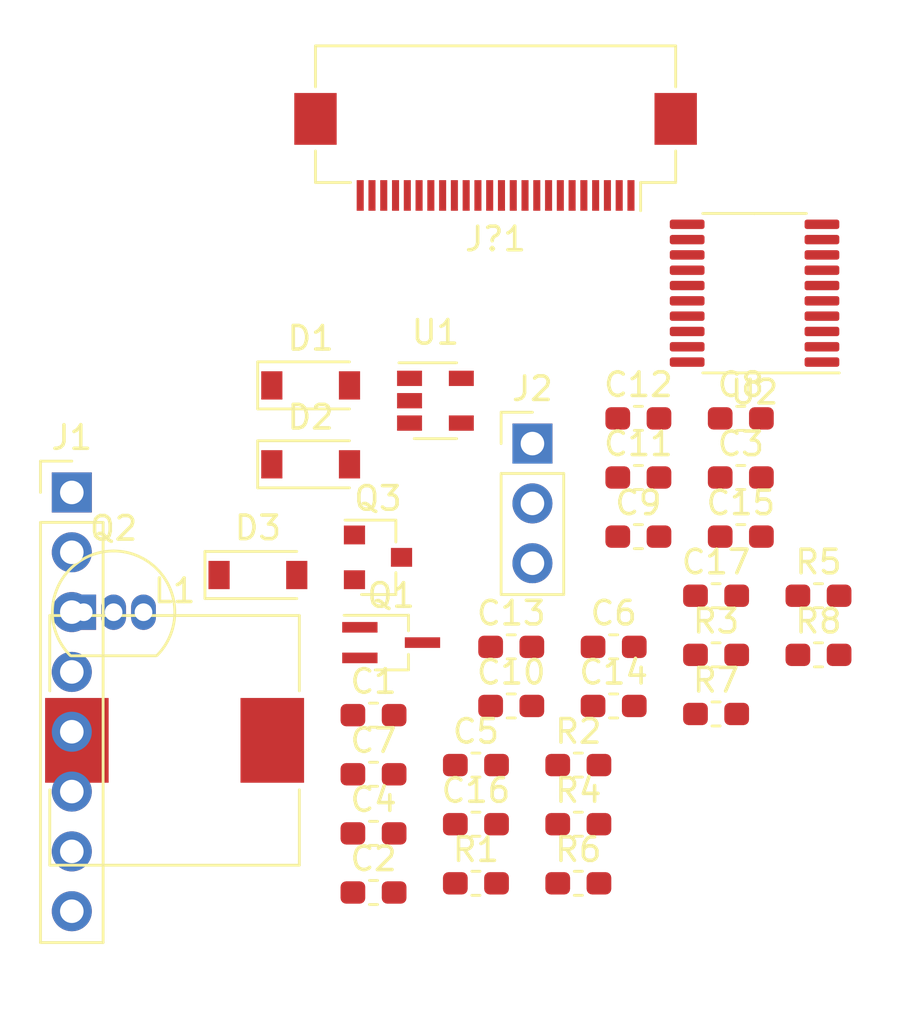
<source format=kicad_pcb>
(kicad_pcb (version 20171130) (host pcbnew "(5.1.6)-1")

  (general
    (thickness 1.6)
    (drawings 1)
    (tracks 0)
    (zones 0)
    (modules 37)
    (nets 53)
  )

  (page A4)
  (layers
    (0 F.Cu signal)
    (31 B.Cu signal)
    (32 B.Adhes user)
    (33 F.Adhes user)
    (34 B.Paste user)
    (35 F.Paste user)
    (36 B.SilkS user)
    (37 F.SilkS user)
    (38 B.Mask user)
    (39 F.Mask user)
    (40 Dwgs.User user)
    (41 Cmts.User user)
    (42 Eco1.User user)
    (43 Eco2.User user)
    (44 Edge.Cuts user)
    (45 Margin user)
    (46 B.CrtYd user)
    (47 F.CrtYd user)
    (48 B.Fab user)
    (49 F.Fab user)
  )

  (setup
    (last_trace_width 0.25)
    (trace_clearance 0.2)
    (zone_clearance 0.508)
    (zone_45_only no)
    (trace_min 0.2)
    (via_size 0.8)
    (via_drill 0.4)
    (via_min_size 0.4)
    (via_min_drill 0.3)
    (uvia_size 0.3)
    (uvia_drill 0.1)
    (uvias_allowed no)
    (uvia_min_size 0.2)
    (uvia_min_drill 0.1)
    (edge_width 0.05)
    (segment_width 0.2)
    (pcb_text_width 0.3)
    (pcb_text_size 1.5 1.5)
    (mod_edge_width 0.12)
    (mod_text_size 1 1)
    (mod_text_width 0.15)
    (pad_size 1.524 1.524)
    (pad_drill 0.762)
    (pad_to_mask_clearance 0.05)
    (aux_axis_origin 0 0)
    (grid_origin 114.3 63.5)
    (visible_elements FFFFFF7F)
    (pcbplotparams
      (layerselection 0x010fc_ffffffff)
      (usegerberextensions false)
      (usegerberattributes true)
      (usegerberadvancedattributes true)
      (creategerberjobfile true)
      (excludeedgelayer true)
      (linewidth 0.100000)
      (plotframeref false)
      (viasonmask false)
      (mode 1)
      (useauxorigin false)
      (hpglpennumber 1)
      (hpglpenspeed 20)
      (hpglpendiameter 15.000000)
      (psnegative false)
      (psa4output false)
      (plotreference true)
      (plotvalue true)
      (plotinvisibletext false)
      (padsonsilk false)
      (subtractmaskfromsilk false)
      (outputformat 1)
      (mirror false)
      (drillshape 1)
      (scaleselection 1)
      (outputdirectory ""))
  )

  (net 0 "")
  (net 1 GND)
  (net 2 "Net-(C2-Pad1)")
  (net 3 PREVGL)
  (net 4 PREVGH)
  (net 5 "Net-(C2-Pad2)")
  (net 6 "Net-(Q2-Pad2)")
  (net 7 "Net-(Q2-Pad3)")
  (net 8 VCC_INT)
  (net 9 VCC)
  (net 10 VCC_EN)
  (net 11 "Net-(C15-Pad2)")
  (net 12 +3V3)
  (net 13 "Net-(U2-Pad1)")
  (net 14 DIN')
  (net 15 CLK')
  (net 16 CS')
  (net 17 DC')
  (net 18 RST')
  (net 19 BUSY')
  (net 20 "Net-(U2-Pad9)")
  (net 21 "Net-(U2-Pad12)")
  (net 22 BUSY)
  (net 23 RST)
  (net 24 DC)
  (net 25 CS)
  (net 26 CLK)
  (net 27 DIN)
  (net 28 "Net-(U2-Pad20)")
  (net 29 "Net-(C3-Pad1)")
  (net 30 "Net-(C4-Pad1)")
  (net 31 "Net-(C5-Pad1)")
  (net 32 "Net-(C6-Pad1)")
  (net 33 "Net-(C7-Pad1)")
  (net 34 "Net-(C8-Pad1)")
  (net 35 "Net-(C9-Pad1)")
  (net 36 "Net-(C10-Pad1)")
  (net 37 "Net-(C11-Pad1)")
  (net 38 3V3)
  (net 39 "Net-(J1-Pad1)")
  (net 40 "Net-(J1-Pad2)")
  (net 41 "Net-(J1-Pad3)")
  (net 42 "Net-(J1-Pad4)")
  (net 43 "Net-(J1-Pad5)")
  (net 44 "Net-(J1-Pad6)")
  (net 45 "Net-(J1-Pad7)")
  (net 46 "Net-(J1-Pad8)")
  (net 47 BS)
  (net 48 "Net-(J?1-Pad1)")
  (net 49 GDR)
  (net 50 RESE)
  (net 51 "Net-(J?1-Pad6)")
  (net 52 "Net-(J?1-Pad7)")

  (net_class Default "This is the default net class."
    (clearance 0.2)
    (trace_width 0.25)
    (via_dia 0.8)
    (via_drill 0.4)
    (uvia_dia 0.3)
    (uvia_drill 0.1)
    (add_net +3V3)
    (add_net 3V3)
    (add_net BS)
    (add_net BUSY)
    (add_net BUSY')
    (add_net CLK)
    (add_net CLK')
    (add_net CS)
    (add_net CS')
    (add_net DC)
    (add_net DC')
    (add_net DIN)
    (add_net DIN')
    (add_net GDR)
    (add_net GND)
    (add_net "Net-(C10-Pad1)")
    (add_net "Net-(C11-Pad1)")
    (add_net "Net-(C15-Pad2)")
    (add_net "Net-(C2-Pad1)")
    (add_net "Net-(C2-Pad2)")
    (add_net "Net-(C3-Pad1)")
    (add_net "Net-(C4-Pad1)")
    (add_net "Net-(C5-Pad1)")
    (add_net "Net-(C6-Pad1)")
    (add_net "Net-(C7-Pad1)")
    (add_net "Net-(C8-Pad1)")
    (add_net "Net-(C9-Pad1)")
    (add_net "Net-(J1-Pad1)")
    (add_net "Net-(J1-Pad2)")
    (add_net "Net-(J1-Pad3)")
    (add_net "Net-(J1-Pad4)")
    (add_net "Net-(J1-Pad5)")
    (add_net "Net-(J1-Pad6)")
    (add_net "Net-(J1-Pad7)")
    (add_net "Net-(J1-Pad8)")
    (add_net "Net-(J?1-Pad1)")
    (add_net "Net-(J?1-Pad6)")
    (add_net "Net-(J?1-Pad7)")
    (add_net "Net-(Q2-Pad2)")
    (add_net "Net-(Q2-Pad3)")
    (add_net "Net-(U2-Pad1)")
    (add_net "Net-(U2-Pad12)")
    (add_net "Net-(U2-Pad20)")
    (add_net "Net-(U2-Pad9)")
    (add_net PREVGH)
    (add_net PREVGL)
    (add_net RESE)
    (add_net RST)
    (add_net RST')
    (add_net VCC)
    (add_net VCC_EN)
    (add_net VCC_INT)
  )

  (module Diode_SMD:D_SOD-123 (layer F.Cu) (tedit 58645DC7) (tstamp 5F4E690C)
    (at 127.445001 76.415001)
    (descr SOD-123)
    (tags SOD-123)
    (path /5F576743)
    (attr smd)
    (fp_text reference D1 (at 0 -2) (layer F.SilkS)
      (effects (font (size 1 1) (thickness 0.15)))
    )
    (fp_text value MBR0530 (at 0 2.1) (layer F.Fab)
      (effects (font (size 1 1) (thickness 0.15)))
    )
    (fp_line (start -2.25 -1) (end 1.65 -1) (layer F.SilkS) (width 0.12))
    (fp_line (start -2.25 1) (end 1.65 1) (layer F.SilkS) (width 0.12))
    (fp_line (start -2.35 -1.15) (end -2.35 1.15) (layer F.CrtYd) (width 0.05))
    (fp_line (start 2.35 1.15) (end -2.35 1.15) (layer F.CrtYd) (width 0.05))
    (fp_line (start 2.35 -1.15) (end 2.35 1.15) (layer F.CrtYd) (width 0.05))
    (fp_line (start -2.35 -1.15) (end 2.35 -1.15) (layer F.CrtYd) (width 0.05))
    (fp_line (start -1.4 -0.9) (end 1.4 -0.9) (layer F.Fab) (width 0.1))
    (fp_line (start 1.4 -0.9) (end 1.4 0.9) (layer F.Fab) (width 0.1))
    (fp_line (start 1.4 0.9) (end -1.4 0.9) (layer F.Fab) (width 0.1))
    (fp_line (start -1.4 0.9) (end -1.4 -0.9) (layer F.Fab) (width 0.1))
    (fp_line (start -0.75 0) (end -0.35 0) (layer F.Fab) (width 0.1))
    (fp_line (start -0.35 0) (end -0.35 -0.55) (layer F.Fab) (width 0.1))
    (fp_line (start -0.35 0) (end -0.35 0.55) (layer F.Fab) (width 0.1))
    (fp_line (start -0.35 0) (end 0.25 -0.4) (layer F.Fab) (width 0.1))
    (fp_line (start 0.25 -0.4) (end 0.25 0.4) (layer F.Fab) (width 0.1))
    (fp_line (start 0.25 0.4) (end -0.35 0) (layer F.Fab) (width 0.1))
    (fp_line (start 0.25 0) (end 0.75 0) (layer F.Fab) (width 0.1))
    (fp_line (start -2.25 -1) (end -2.25 1) (layer F.SilkS) (width 0.12))
    (fp_text user %R (at 0 -2) (layer F.Fab)
      (effects (font (size 1 1) (thickness 0.15)))
    )
    (pad 1 smd rect (at -1.65 0) (size 0.9 1.2) (layers F.Cu F.Paste F.Mask)
      (net 1 GND))
    (pad 2 smd rect (at 1.65 0) (size 0.9 1.2) (layers F.Cu F.Paste F.Mask)
      (net 2 "Net-(C2-Pad1)"))
    (model ${KISYS3DMOD}/Diode_SMD.3dshapes/D_SOD-123.wrl
      (at (xyz 0 0 0))
      (scale (xyz 1 1 1))
      (rotate (xyz 0 0 0))
    )
  )

  (module Diode_SMD:D_SOD-123 (layer F.Cu) (tedit 58645DC7) (tstamp 5F4E6990)
    (at 127.445001 79.765001)
    (descr SOD-123)
    (tags SOD-123)
    (path /5F577392)
    (attr smd)
    (fp_text reference D2 (at 0 -2) (layer F.SilkS)
      (effects (font (size 1 1) (thickness 0.15)))
    )
    (fp_text value MBR0530 (at 0 2.1) (layer F.Fab)
      (effects (font (size 1 1) (thickness 0.15)))
    )
    (fp_text user %R (at 0 -2) (layer F.Fab)
      (effects (font (size 1 1) (thickness 0.15)))
    )
    (fp_line (start -2.25 -1) (end -2.25 1) (layer F.SilkS) (width 0.12))
    (fp_line (start 0.25 0) (end 0.75 0) (layer F.Fab) (width 0.1))
    (fp_line (start 0.25 0.4) (end -0.35 0) (layer F.Fab) (width 0.1))
    (fp_line (start 0.25 -0.4) (end 0.25 0.4) (layer F.Fab) (width 0.1))
    (fp_line (start -0.35 0) (end 0.25 -0.4) (layer F.Fab) (width 0.1))
    (fp_line (start -0.35 0) (end -0.35 0.55) (layer F.Fab) (width 0.1))
    (fp_line (start -0.35 0) (end -0.35 -0.55) (layer F.Fab) (width 0.1))
    (fp_line (start -0.75 0) (end -0.35 0) (layer F.Fab) (width 0.1))
    (fp_line (start -1.4 0.9) (end -1.4 -0.9) (layer F.Fab) (width 0.1))
    (fp_line (start 1.4 0.9) (end -1.4 0.9) (layer F.Fab) (width 0.1))
    (fp_line (start 1.4 -0.9) (end 1.4 0.9) (layer F.Fab) (width 0.1))
    (fp_line (start -1.4 -0.9) (end 1.4 -0.9) (layer F.Fab) (width 0.1))
    (fp_line (start -2.35 -1.15) (end 2.35 -1.15) (layer F.CrtYd) (width 0.05))
    (fp_line (start 2.35 -1.15) (end 2.35 1.15) (layer F.CrtYd) (width 0.05))
    (fp_line (start 2.35 1.15) (end -2.35 1.15) (layer F.CrtYd) (width 0.05))
    (fp_line (start -2.35 -1.15) (end -2.35 1.15) (layer F.CrtYd) (width 0.05))
    (fp_line (start -2.25 1) (end 1.65 1) (layer F.SilkS) (width 0.12))
    (fp_line (start -2.25 -1) (end 1.65 -1) (layer F.SilkS) (width 0.12))
    (pad 2 smd rect (at 1.65 0) (size 0.9 1.2) (layers F.Cu F.Paste F.Mask)
      (net 3 PREVGL))
    (pad 1 smd rect (at -1.65 0) (size 0.9 1.2) (layers F.Cu F.Paste F.Mask)
      (net 2 "Net-(C2-Pad1)"))
    (model ${KISYS3DMOD}/Diode_SMD.3dshapes/D_SOD-123.wrl
      (at (xyz 0 0 0))
      (scale (xyz 1 1 1))
      (rotate (xyz 0 0 0))
    )
  )

  (module Diode_SMD:D_SOD-123 (layer F.Cu) (tedit 58645DC7) (tstamp 5F4E6888)
    (at 125.205001 84.465001)
    (descr SOD-123)
    (tags SOD-123)
    (path /5F57819D)
    (attr smd)
    (fp_text reference D3 (at 0 -2) (layer F.SilkS)
      (effects (font (size 1 1) (thickness 0.15)))
    )
    (fp_text value MBR0530 (at 0 2.1) (layer F.Fab)
      (effects (font (size 1 1) (thickness 0.15)))
    )
    (fp_line (start -2.25 -1) (end 1.65 -1) (layer F.SilkS) (width 0.12))
    (fp_line (start -2.25 1) (end 1.65 1) (layer F.SilkS) (width 0.12))
    (fp_line (start -2.35 -1.15) (end -2.35 1.15) (layer F.CrtYd) (width 0.05))
    (fp_line (start 2.35 1.15) (end -2.35 1.15) (layer F.CrtYd) (width 0.05))
    (fp_line (start 2.35 -1.15) (end 2.35 1.15) (layer F.CrtYd) (width 0.05))
    (fp_line (start -2.35 -1.15) (end 2.35 -1.15) (layer F.CrtYd) (width 0.05))
    (fp_line (start -1.4 -0.9) (end 1.4 -0.9) (layer F.Fab) (width 0.1))
    (fp_line (start 1.4 -0.9) (end 1.4 0.9) (layer F.Fab) (width 0.1))
    (fp_line (start 1.4 0.9) (end -1.4 0.9) (layer F.Fab) (width 0.1))
    (fp_line (start -1.4 0.9) (end -1.4 -0.9) (layer F.Fab) (width 0.1))
    (fp_line (start -0.75 0) (end -0.35 0) (layer F.Fab) (width 0.1))
    (fp_line (start -0.35 0) (end -0.35 -0.55) (layer F.Fab) (width 0.1))
    (fp_line (start -0.35 0) (end -0.35 0.55) (layer F.Fab) (width 0.1))
    (fp_line (start -0.35 0) (end 0.25 -0.4) (layer F.Fab) (width 0.1))
    (fp_line (start 0.25 -0.4) (end 0.25 0.4) (layer F.Fab) (width 0.1))
    (fp_line (start 0.25 0.4) (end -0.35 0) (layer F.Fab) (width 0.1))
    (fp_line (start 0.25 0) (end 0.75 0) (layer F.Fab) (width 0.1))
    (fp_line (start -2.25 -1) (end -2.25 1) (layer F.SilkS) (width 0.12))
    (fp_text user %R (at 0 -2) (layer F.Fab)
      (effects (font (size 1 1) (thickness 0.15)))
    )
    (pad 1 smd rect (at -1.65 0) (size 0.9 1.2) (layers F.Cu F.Paste F.Mask)
      (net 4 PREVGH))
    (pad 2 smd rect (at 1.65 0) (size 0.9 1.2) (layers F.Cu F.Paste F.Mask)
      (net 5 "Net-(C2-Pad2)"))
    (model ${KISYS3DMOD}/Diode_SMD.3dshapes/D_SOD-123.wrl
      (at (xyz 0 0 0))
      (scale (xyz 1 1 1))
      (rotate (xyz 0 0 0))
    )
  )

  (module Package_TO_SOT_THT:TO-92_Inline (layer F.Cu) (tedit 5A1DD157) (tstamp 5F4E6A40)
    (at 117.805001 86.045001)
    (descr "TO-92 leads in-line, narrow, oval pads, drill 0.75mm (see NXP sot054_po.pdf)")
    (tags "to-92 sc-43 sc-43a sot54 PA33 transistor")
    (path /5F4A37CC)
    (fp_text reference Q2 (at 1.27 -3.56) (layer F.SilkS)
      (effects (font (size 1 1) (thickness 0.15)))
    )
    (fp_text value S8050 (at 1.27 2.79) (layer F.Fab)
      (effects (font (size 1 1) (thickness 0.15)))
    )
    (fp_line (start 4 2.01) (end -1.46 2.01) (layer F.CrtYd) (width 0.05))
    (fp_line (start 4 2.01) (end 4 -2.73) (layer F.CrtYd) (width 0.05))
    (fp_line (start -1.46 -2.73) (end -1.46 2.01) (layer F.CrtYd) (width 0.05))
    (fp_line (start -1.46 -2.73) (end 4 -2.73) (layer F.CrtYd) (width 0.05))
    (fp_line (start -0.5 1.75) (end 3 1.75) (layer F.Fab) (width 0.1))
    (fp_line (start -0.53 1.85) (end 3.07 1.85) (layer F.SilkS) (width 0.12))
    (fp_text user %R (at 1.27 -3.56) (layer F.Fab)
      (effects (font (size 1 1) (thickness 0.15)))
    )
    (fp_arc (start 1.27 0) (end 1.27 -2.48) (angle 135) (layer F.Fab) (width 0.1))
    (fp_arc (start 1.27 0) (end 1.27 -2.6) (angle -135) (layer F.SilkS) (width 0.12))
    (fp_arc (start 1.27 0) (end 1.27 -2.48) (angle -135) (layer F.Fab) (width 0.1))
    (fp_arc (start 1.27 0) (end 1.27 -2.6) (angle 135) (layer F.SilkS) (width 0.12))
    (pad 2 thru_hole oval (at 1.27 0) (size 1.05 1.5) (drill 0.75) (layers *.Cu *.Mask)
      (net 6 "Net-(Q2-Pad2)"))
    (pad 3 thru_hole oval (at 2.54 0) (size 1.05 1.5) (drill 0.75) (layers *.Cu *.Mask)
      (net 7 "Net-(Q2-Pad3)"))
    (pad 1 thru_hole rect (at 0 0) (size 1.05 1.5) (drill 0.75) (layers *.Cu *.Mask)
      (net 1 GND))
    (model ${KISYS3DMOD}/Package_TO_SOT_THT.3dshapes/TO-92_Inline.wrl
      (at (xyz 0 0 0))
      (scale (xyz 1 1 1))
      (rotate (xyz 0 0 0))
    )
  )

  (module Package_TO_SOT_SMD:SOT-23 (layer F.Cu) (tedit 5A02FF57) (tstamp 5F4E6950)
    (at 130.305001 83.715001)
    (descr "SOT-23, Standard")
    (tags SOT-23)
    (path /5F49ACBB)
    (attr smd)
    (fp_text reference Q3 (at 0 -2.5) (layer F.SilkS)
      (effects (font (size 1 1) (thickness 0.15)))
    )
    (fp_text value AO3401A (at 0 2.5) (layer F.Fab)
      (effects (font (size 1 1) (thickness 0.15)))
    )
    (fp_line (start 0.76 1.58) (end -0.7 1.58) (layer F.SilkS) (width 0.12))
    (fp_line (start 0.76 -1.58) (end -1.4 -1.58) (layer F.SilkS) (width 0.12))
    (fp_line (start -1.7 1.75) (end -1.7 -1.75) (layer F.CrtYd) (width 0.05))
    (fp_line (start 1.7 1.75) (end -1.7 1.75) (layer F.CrtYd) (width 0.05))
    (fp_line (start 1.7 -1.75) (end 1.7 1.75) (layer F.CrtYd) (width 0.05))
    (fp_line (start -1.7 -1.75) (end 1.7 -1.75) (layer F.CrtYd) (width 0.05))
    (fp_line (start 0.76 -1.58) (end 0.76 -0.65) (layer F.SilkS) (width 0.12))
    (fp_line (start 0.76 1.58) (end 0.76 0.65) (layer F.SilkS) (width 0.12))
    (fp_line (start -0.7 1.52) (end 0.7 1.52) (layer F.Fab) (width 0.1))
    (fp_line (start 0.7 -1.52) (end 0.7 1.52) (layer F.Fab) (width 0.1))
    (fp_line (start -0.7 -0.95) (end -0.15 -1.52) (layer F.Fab) (width 0.1))
    (fp_line (start -0.15 -1.52) (end 0.7 -1.52) (layer F.Fab) (width 0.1))
    (fp_line (start -0.7 -0.95) (end -0.7 1.5) (layer F.Fab) (width 0.1))
    (fp_text user %R (at 0 0 90) (layer F.Fab)
      (effects (font (size 0.5 0.5) (thickness 0.075)))
    )
    (pad 1 smd rect (at -1 -0.95) (size 0.9 0.8) (layers F.Cu F.Paste F.Mask)
      (net 7 "Net-(Q2-Pad3)"))
    (pad 2 smd rect (at -1 0.95) (size 0.9 0.8) (layers F.Cu F.Paste F.Mask)
      (net 8 VCC_INT))
    (pad 3 smd rect (at 1 0) (size 0.9 0.8) (layers F.Cu F.Paste F.Mask)
      (net 9 VCC))
    (model ${KISYS3DMOD}/Package_TO_SOT_SMD.3dshapes/SOT-23.wrl
      (at (xyz 0 0 0))
      (scale (xyz 1 1 1))
      (rotate (xyz 0 0 0))
    )
  )

  (module Package_TO_SOT_SMD:SOT-23-5 (layer F.Cu) (tedit 5A02FF57) (tstamp 5F4E68CC)
    (at 132.745001 77.065001)
    (descr "5-pin SOT23 package")
    (tags SOT-23-5)
    (path /5F4F10E8)
    (attr smd)
    (fp_text reference U1 (at 0 -2.9) (layer F.SilkS)
      (effects (font (size 1 1) (thickness 0.15)))
    )
    (fp_text value RT9193-33 (at 0 2.9) (layer F.Fab)
      (effects (font (size 1 1) (thickness 0.15)))
    )
    (fp_line (start 0.9 -1.55) (end 0.9 1.55) (layer F.Fab) (width 0.1))
    (fp_line (start 0.9 1.55) (end -0.9 1.55) (layer F.Fab) (width 0.1))
    (fp_line (start -0.9 -0.9) (end -0.9 1.55) (layer F.Fab) (width 0.1))
    (fp_line (start 0.9 -1.55) (end -0.25 -1.55) (layer F.Fab) (width 0.1))
    (fp_line (start -0.9 -0.9) (end -0.25 -1.55) (layer F.Fab) (width 0.1))
    (fp_line (start -1.9 1.8) (end -1.9 -1.8) (layer F.CrtYd) (width 0.05))
    (fp_line (start 1.9 1.8) (end -1.9 1.8) (layer F.CrtYd) (width 0.05))
    (fp_line (start 1.9 -1.8) (end 1.9 1.8) (layer F.CrtYd) (width 0.05))
    (fp_line (start -1.9 -1.8) (end 1.9 -1.8) (layer F.CrtYd) (width 0.05))
    (fp_line (start 0.9 -1.61) (end -1.55 -1.61) (layer F.SilkS) (width 0.12))
    (fp_line (start -0.9 1.61) (end 0.9 1.61) (layer F.SilkS) (width 0.12))
    (fp_text user %R (at 0 0 90) (layer F.Fab)
      (effects (font (size 0.5 0.5) (thickness 0.075)))
    )
    (pad 1 smd rect (at -1.1 -0.95) (size 1.06 0.65) (layers F.Cu F.Paste F.Mask)
      (net 9 VCC))
    (pad 2 smd rect (at -1.1 0) (size 1.06 0.65) (layers F.Cu F.Paste F.Mask)
      (net 1 GND))
    (pad 3 smd rect (at -1.1 0.95) (size 1.06 0.65) (layers F.Cu F.Paste F.Mask)
      (net 10 VCC_EN))
    (pad 4 smd rect (at 1.1 0.95) (size 1.06 0.65) (layers F.Cu F.Paste F.Mask)
      (net 11 "Net-(C15-Pad2)"))
    (pad 5 smd rect (at 1.1 -0.95) (size 1.06 0.65) (layers F.Cu F.Paste F.Mask)
      (net 12 +3V3))
    (model ${KISYS3DMOD}/Package_TO_SOT_SMD.3dshapes/SOT-23-5.wrl
      (at (xyz 0 0 0))
      (scale (xyz 1 1 1))
      (rotate (xyz 0 0 0))
    )
  )

  (module Package_SO:TSSOP-20_4.4x6.5mm_P0.65mm (layer F.Cu) (tedit 5E476F32) (tstamp 5F4E69E5)
    (at 146.3 72.5 180)
    (descr "TSSOP, 20 Pin (JEDEC MO-153 Var AC https://www.jedec.org/document_search?search_api_views_fulltext=MO-153), generated with kicad-footprint-generator ipc_gullwing_generator.py")
    (tags "TSSOP SO")
    (path /5F5267C0)
    (attr smd)
    (fp_text reference U2 (at 0 -4.2) (layer F.SilkS)
      (effects (font (size 1 1) (thickness 0.15)))
    )
    (fp_text value TXS0108EPW (at 0 4.2) (layer F.Fab)
      (effects (font (size 1 1) (thickness 0.15)))
    )
    (fp_line (start 3.85 -3.5) (end -3.85 -3.5) (layer F.CrtYd) (width 0.05))
    (fp_line (start 3.85 3.5) (end 3.85 -3.5) (layer F.CrtYd) (width 0.05))
    (fp_line (start -3.85 3.5) (end 3.85 3.5) (layer F.CrtYd) (width 0.05))
    (fp_line (start -3.85 -3.5) (end -3.85 3.5) (layer F.CrtYd) (width 0.05))
    (fp_line (start -2.2 -2.25) (end -1.2 -3.25) (layer F.Fab) (width 0.1))
    (fp_line (start -2.2 3.25) (end -2.2 -2.25) (layer F.Fab) (width 0.1))
    (fp_line (start 2.2 3.25) (end -2.2 3.25) (layer F.Fab) (width 0.1))
    (fp_line (start 2.2 -3.25) (end 2.2 3.25) (layer F.Fab) (width 0.1))
    (fp_line (start -1.2 -3.25) (end 2.2 -3.25) (layer F.Fab) (width 0.1))
    (fp_line (start 0 -3.385) (end -3.6 -3.385) (layer F.SilkS) (width 0.12))
    (fp_line (start 0 -3.385) (end 2.2 -3.385) (layer F.SilkS) (width 0.12))
    (fp_line (start 0 3.385) (end -2.2 3.385) (layer F.SilkS) (width 0.12))
    (fp_line (start 0 3.385) (end 2.2 3.385) (layer F.SilkS) (width 0.12))
    (fp_text user %R (at 0 0) (layer F.Fab)
      (effects (font (size 1 1) (thickness 0.15)))
    )
    (pad 1 smd roundrect (at -2.8625 -2.925 180) (size 1.475 0.4) (layers F.Cu F.Paste F.Mask) (roundrect_rratio 0.25)
      (net 13 "Net-(U2-Pad1)"))
    (pad 2 smd roundrect (at -2.8625 -2.275 180) (size 1.475 0.4) (layers F.Cu F.Paste F.Mask) (roundrect_rratio 0.25)
      (net 12 +3V3))
    (pad 3 smd roundrect (at -2.8625 -1.625 180) (size 1.475 0.4) (layers F.Cu F.Paste F.Mask) (roundrect_rratio 0.25)
      (net 14 DIN'))
    (pad 4 smd roundrect (at -2.8625 -0.975 180) (size 1.475 0.4) (layers F.Cu F.Paste F.Mask) (roundrect_rratio 0.25)
      (net 15 CLK'))
    (pad 5 smd roundrect (at -2.8625 -0.325 180) (size 1.475 0.4) (layers F.Cu F.Paste F.Mask) (roundrect_rratio 0.25)
      (net 16 CS'))
    (pad 6 smd roundrect (at -2.8625 0.325 180) (size 1.475 0.4) (layers F.Cu F.Paste F.Mask) (roundrect_rratio 0.25)
      (net 17 DC'))
    (pad 7 smd roundrect (at -2.8625 0.975 180) (size 1.475 0.4) (layers F.Cu F.Paste F.Mask) (roundrect_rratio 0.25)
      (net 18 RST'))
    (pad 8 smd roundrect (at -2.8625 1.625 180) (size 1.475 0.4) (layers F.Cu F.Paste F.Mask) (roundrect_rratio 0.25)
      (net 19 BUSY'))
    (pad 9 smd roundrect (at -2.8625 2.275 180) (size 1.475 0.4) (layers F.Cu F.Paste F.Mask) (roundrect_rratio 0.25)
      (net 20 "Net-(U2-Pad9)"))
    (pad 10 smd roundrect (at -2.8625 2.925 180) (size 1.475 0.4) (layers F.Cu F.Paste F.Mask) (roundrect_rratio 0.25)
      (net 12 +3V3))
    (pad 11 smd roundrect (at 2.8625 2.925 180) (size 1.475 0.4) (layers F.Cu F.Paste F.Mask) (roundrect_rratio 0.25)
      (net 1 GND))
    (pad 12 smd roundrect (at 2.8625 2.275 180) (size 1.475 0.4) (layers F.Cu F.Paste F.Mask) (roundrect_rratio 0.25)
      (net 21 "Net-(U2-Pad12)"))
    (pad 13 smd roundrect (at 2.8625 1.625 180) (size 1.475 0.4) (layers F.Cu F.Paste F.Mask) (roundrect_rratio 0.25)
      (net 22 BUSY))
    (pad 14 smd roundrect (at 2.8625 0.975 180) (size 1.475 0.4) (layers F.Cu F.Paste F.Mask) (roundrect_rratio 0.25)
      (net 23 RST))
    (pad 15 smd roundrect (at 2.8625 0.325 180) (size 1.475 0.4) (layers F.Cu F.Paste F.Mask) (roundrect_rratio 0.25)
      (net 24 DC))
    (pad 16 smd roundrect (at 2.8625 -0.325 180) (size 1.475 0.4) (layers F.Cu F.Paste F.Mask) (roundrect_rratio 0.25)
      (net 25 CS))
    (pad 17 smd roundrect (at 2.8625 -0.975 180) (size 1.475 0.4) (layers F.Cu F.Paste F.Mask) (roundrect_rratio 0.25)
      (net 26 CLK))
    (pad 18 smd roundrect (at 2.8625 -1.625 180) (size 1.475 0.4) (layers F.Cu F.Paste F.Mask) (roundrect_rratio 0.25)
      (net 27 DIN))
    (pad 19 smd roundrect (at 2.8625 -2.275 180) (size 1.475 0.4) (layers F.Cu F.Paste F.Mask) (roundrect_rratio 0.25)
      (net 9 VCC))
    (pad 20 smd roundrect (at 2.8625 -2.925 180) (size 1.475 0.4) (layers F.Cu F.Paste F.Mask) (roundrect_rratio 0.25)
      (net 28 "Net-(U2-Pad20)"))
    (model ${KISYS3DMOD}/Package_SO.3dshapes/TSSOP-20_4.4x6.5mm_P0.65mm.wrl
      (at (xyz 0 0 0))
      (scale (xyz 1 1 1))
      (rotate (xyz 0 0 0))
    )
  )

  (module Capacitor_SMD:C_0603_1608Metric_Pad1.05x0.95mm_HandSolder (layer F.Cu) (tedit 5B301BBE) (tstamp 5F4E6414)
    (at 130.115001 90.415001)
    (descr "Capacitor SMD 0603 (1608 Metric), square (rectangular) end terminal, IPC_7351 nominal with elongated pad for handsoldering. (Body size source: http://www.tortai-tech.com/upload/download/2011102023233369053.pdf), generated with kicad-footprint-generator")
    (tags "capacitor handsolder")
    (path /5F573D6F)
    (attr smd)
    (fp_text reference C1 (at 0 -1.43) (layer F.SilkS)
      (effects (font (size 1 1) (thickness 0.15)))
    )
    (fp_text value 4.7uF/50V (at 0 1.43) (layer F.Fab)
      (effects (font (size 1 1) (thickness 0.15)))
    )
    (fp_text user %R (at 0 0) (layer F.Fab)
      (effects (font (size 0.4 0.4) (thickness 0.06)))
    )
    (fp_line (start -0.8 0.4) (end -0.8 -0.4) (layer F.Fab) (width 0.1))
    (fp_line (start -0.8 -0.4) (end 0.8 -0.4) (layer F.Fab) (width 0.1))
    (fp_line (start 0.8 -0.4) (end 0.8 0.4) (layer F.Fab) (width 0.1))
    (fp_line (start 0.8 0.4) (end -0.8 0.4) (layer F.Fab) (width 0.1))
    (fp_line (start -0.171267 -0.51) (end 0.171267 -0.51) (layer F.SilkS) (width 0.12))
    (fp_line (start -0.171267 0.51) (end 0.171267 0.51) (layer F.SilkS) (width 0.12))
    (fp_line (start -1.65 0.73) (end -1.65 -0.73) (layer F.CrtYd) (width 0.05))
    (fp_line (start -1.65 -0.73) (end 1.65 -0.73) (layer F.CrtYd) (width 0.05))
    (fp_line (start 1.65 -0.73) (end 1.65 0.73) (layer F.CrtYd) (width 0.05))
    (fp_line (start 1.65 0.73) (end -1.65 0.73) (layer F.CrtYd) (width 0.05))
    (pad 2 smd roundrect (at 0.875 0) (size 1.05 0.95) (layers F.Cu F.Paste F.Mask) (roundrect_rratio 0.25)
      (net 1 GND))
    (pad 1 smd roundrect (at -0.875 0) (size 1.05 0.95) (layers F.Cu F.Paste F.Mask) (roundrect_rratio 0.25)
      (net 12 +3V3))
    (model ${KISYS3DMOD}/Capacitor_SMD.3dshapes/C_0603_1608Metric.wrl
      (at (xyz 0 0 0))
      (scale (xyz 1 1 1))
      (rotate (xyz 0 0 0))
    )
  )

  (module Capacitor_SMD:C_0603_1608Metric_Pad1.05x0.95mm_HandSolder (layer F.Cu) (tedit 5B301BBE) (tstamp 5F4E6425)
    (at 130.115001 97.945001)
    (descr "Capacitor SMD 0603 (1608 Metric), square (rectangular) end terminal, IPC_7351 nominal with elongated pad for handsoldering. (Body size source: http://www.tortai-tech.com/upload/download/2011102023233369053.pdf), generated with kicad-footprint-generator")
    (tags "capacitor handsolder")
    (path /5F578BF9)
    (attr smd)
    (fp_text reference C2 (at 0 -1.43) (layer F.SilkS)
      (effects (font (size 1 1) (thickness 0.15)))
    )
    (fp_text value 4.7uF/50V (at 0 1.43) (layer F.Fab)
      (effects (font (size 1 1) (thickness 0.15)))
    )
    (fp_line (start 1.65 0.73) (end -1.65 0.73) (layer F.CrtYd) (width 0.05))
    (fp_line (start 1.65 -0.73) (end 1.65 0.73) (layer F.CrtYd) (width 0.05))
    (fp_line (start -1.65 -0.73) (end 1.65 -0.73) (layer F.CrtYd) (width 0.05))
    (fp_line (start -1.65 0.73) (end -1.65 -0.73) (layer F.CrtYd) (width 0.05))
    (fp_line (start -0.171267 0.51) (end 0.171267 0.51) (layer F.SilkS) (width 0.12))
    (fp_line (start -0.171267 -0.51) (end 0.171267 -0.51) (layer F.SilkS) (width 0.12))
    (fp_line (start 0.8 0.4) (end -0.8 0.4) (layer F.Fab) (width 0.1))
    (fp_line (start 0.8 -0.4) (end 0.8 0.4) (layer F.Fab) (width 0.1))
    (fp_line (start -0.8 -0.4) (end 0.8 -0.4) (layer F.Fab) (width 0.1))
    (fp_line (start -0.8 0.4) (end -0.8 -0.4) (layer F.Fab) (width 0.1))
    (fp_text user %R (at 0 0) (layer F.Fab)
      (effects (font (size 0.4 0.4) (thickness 0.06)))
    )
    (pad 1 smd roundrect (at -0.875 0) (size 1.05 0.95) (layers F.Cu F.Paste F.Mask) (roundrect_rratio 0.25)
      (net 2 "Net-(C2-Pad1)"))
    (pad 2 smd roundrect (at 0.875 0) (size 1.05 0.95) (layers F.Cu F.Paste F.Mask) (roundrect_rratio 0.25)
      (net 5 "Net-(C2-Pad2)"))
    (model ${KISYS3DMOD}/Capacitor_SMD.3dshapes/C_0603_1608Metric.wrl
      (at (xyz 0 0 0))
      (scale (xyz 1 1 1))
      (rotate (xyz 0 0 0))
    )
  )

  (module Capacitor_SMD:C_0603_1608Metric_Pad1.05x0.95mm_HandSolder (layer F.Cu) (tedit 5B301BBE) (tstamp 5F4E6436)
    (at 145.715001 80.325001)
    (descr "Capacitor SMD 0603 (1608 Metric), square (rectangular) end terminal, IPC_7351 nominal with elongated pad for handsoldering. (Body size source: http://www.tortai-tech.com/upload/download/2011102023233369053.pdf), generated with kicad-footprint-generator")
    (tags "capacitor handsolder")
    (path /5F6263D6)
    (attr smd)
    (fp_text reference C3 (at 0 -1.43) (layer F.SilkS)
      (effects (font (size 1 1) (thickness 0.15)))
    )
    (fp_text value 1uF (at 0 1.43) (layer F.Fab)
      (effects (font (size 1 1) (thickness 0.15)))
    )
    (fp_line (start 1.65 0.73) (end -1.65 0.73) (layer F.CrtYd) (width 0.05))
    (fp_line (start 1.65 -0.73) (end 1.65 0.73) (layer F.CrtYd) (width 0.05))
    (fp_line (start -1.65 -0.73) (end 1.65 -0.73) (layer F.CrtYd) (width 0.05))
    (fp_line (start -1.65 0.73) (end -1.65 -0.73) (layer F.CrtYd) (width 0.05))
    (fp_line (start -0.171267 0.51) (end 0.171267 0.51) (layer F.SilkS) (width 0.12))
    (fp_line (start -0.171267 -0.51) (end 0.171267 -0.51) (layer F.SilkS) (width 0.12))
    (fp_line (start 0.8 0.4) (end -0.8 0.4) (layer F.Fab) (width 0.1))
    (fp_line (start 0.8 -0.4) (end 0.8 0.4) (layer F.Fab) (width 0.1))
    (fp_line (start -0.8 -0.4) (end 0.8 -0.4) (layer F.Fab) (width 0.1))
    (fp_line (start -0.8 0.4) (end -0.8 -0.4) (layer F.Fab) (width 0.1))
    (fp_text user %R (at 0 0) (layer F.Fab)
      (effects (font (size 0.4 0.4) (thickness 0.06)))
    )
    (pad 1 smd roundrect (at -0.875 0) (size 1.05 0.95) (layers F.Cu F.Paste F.Mask) (roundrect_rratio 0.25)
      (net 29 "Net-(C3-Pad1)"))
    (pad 2 smd roundrect (at 0.875 0) (size 1.05 0.95) (layers F.Cu F.Paste F.Mask) (roundrect_rratio 0.25)
      (net 1 GND))
    (model ${KISYS3DMOD}/Capacitor_SMD.3dshapes/C_0603_1608Metric.wrl
      (at (xyz 0 0 0))
      (scale (xyz 1 1 1))
      (rotate (xyz 0 0 0))
    )
  )

  (module Capacitor_SMD:C_0603_1608Metric_Pad1.05x0.95mm_HandSolder (layer F.Cu) (tedit 5B301BBE) (tstamp 5F4E6447)
    (at 130.115001 95.435001)
    (descr "Capacitor SMD 0603 (1608 Metric), square (rectangular) end terminal, IPC_7351 nominal with elongated pad for handsoldering. (Body size source: http://www.tortai-tech.com/upload/download/2011102023233369053.pdf), generated with kicad-footprint-generator")
    (tags "capacitor handsolder")
    (path /5F627106)
    (attr smd)
    (fp_text reference C4 (at 0 -1.43) (layer F.SilkS)
      (effects (font (size 1 1) (thickness 0.15)))
    )
    (fp_text value 1uF (at 0 1.43) (layer F.Fab)
      (effects (font (size 1 1) (thickness 0.15)))
    )
    (fp_text user %R (at 0 0) (layer F.Fab)
      (effects (font (size 0.4 0.4) (thickness 0.06)))
    )
    (fp_line (start -0.8 0.4) (end -0.8 -0.4) (layer F.Fab) (width 0.1))
    (fp_line (start -0.8 -0.4) (end 0.8 -0.4) (layer F.Fab) (width 0.1))
    (fp_line (start 0.8 -0.4) (end 0.8 0.4) (layer F.Fab) (width 0.1))
    (fp_line (start 0.8 0.4) (end -0.8 0.4) (layer F.Fab) (width 0.1))
    (fp_line (start -0.171267 -0.51) (end 0.171267 -0.51) (layer F.SilkS) (width 0.12))
    (fp_line (start -0.171267 0.51) (end 0.171267 0.51) (layer F.SilkS) (width 0.12))
    (fp_line (start -1.65 0.73) (end -1.65 -0.73) (layer F.CrtYd) (width 0.05))
    (fp_line (start -1.65 -0.73) (end 1.65 -0.73) (layer F.CrtYd) (width 0.05))
    (fp_line (start 1.65 -0.73) (end 1.65 0.73) (layer F.CrtYd) (width 0.05))
    (fp_line (start 1.65 0.73) (end -1.65 0.73) (layer F.CrtYd) (width 0.05))
    (pad 2 smd roundrect (at 0.875 0) (size 1.05 0.95) (layers F.Cu F.Paste F.Mask) (roundrect_rratio 0.25)
      (net 1 GND))
    (pad 1 smd roundrect (at -0.875 0) (size 1.05 0.95) (layers F.Cu F.Paste F.Mask) (roundrect_rratio 0.25)
      (net 30 "Net-(C4-Pad1)"))
    (model ${KISYS3DMOD}/Capacitor_SMD.3dshapes/C_0603_1608Metric.wrl
      (at (xyz 0 0 0))
      (scale (xyz 1 1 1))
      (rotate (xyz 0 0 0))
    )
  )

  (module Capacitor_SMD:C_0603_1608Metric_Pad1.05x0.95mm_HandSolder (layer F.Cu) (tedit 5B301BBE) (tstamp 5F4E6458)
    (at 134.465001 92.535001)
    (descr "Capacitor SMD 0603 (1608 Metric), square (rectangular) end terminal, IPC_7351 nominal with elongated pad for handsoldering. (Body size source: http://www.tortai-tech.com/upload/download/2011102023233369053.pdf), generated with kicad-footprint-generator")
    (tags "capacitor handsolder")
    (path /5F54C0AF)
    (attr smd)
    (fp_text reference C5 (at 0 -1.43) (layer F.SilkS)
      (effects (font (size 1 1) (thickness 0.15)))
    )
    (fp_text value 1uF (at 0 1.43) (layer F.Fab)
      (effects (font (size 1 1) (thickness 0.15)))
    )
    (fp_line (start 1.65 0.73) (end -1.65 0.73) (layer F.CrtYd) (width 0.05))
    (fp_line (start 1.65 -0.73) (end 1.65 0.73) (layer F.CrtYd) (width 0.05))
    (fp_line (start -1.65 -0.73) (end 1.65 -0.73) (layer F.CrtYd) (width 0.05))
    (fp_line (start -1.65 0.73) (end -1.65 -0.73) (layer F.CrtYd) (width 0.05))
    (fp_line (start -0.171267 0.51) (end 0.171267 0.51) (layer F.SilkS) (width 0.12))
    (fp_line (start -0.171267 -0.51) (end 0.171267 -0.51) (layer F.SilkS) (width 0.12))
    (fp_line (start 0.8 0.4) (end -0.8 0.4) (layer F.Fab) (width 0.1))
    (fp_line (start 0.8 -0.4) (end 0.8 0.4) (layer F.Fab) (width 0.1))
    (fp_line (start -0.8 -0.4) (end 0.8 -0.4) (layer F.Fab) (width 0.1))
    (fp_line (start -0.8 0.4) (end -0.8 -0.4) (layer F.Fab) (width 0.1))
    (fp_text user %R (at 0 0) (layer F.Fab)
      (effects (font (size 0.4 0.4) (thickness 0.06)))
    )
    (pad 1 smd roundrect (at -0.875 0) (size 1.05 0.95) (layers F.Cu F.Paste F.Mask) (roundrect_rratio 0.25)
      (net 31 "Net-(C5-Pad1)"))
    (pad 2 smd roundrect (at 0.875 0) (size 1.05 0.95) (layers F.Cu F.Paste F.Mask) (roundrect_rratio 0.25)
      (net 1 GND))
    (model ${KISYS3DMOD}/Capacitor_SMD.3dshapes/C_0603_1608Metric.wrl
      (at (xyz 0 0 0))
      (scale (xyz 1 1 1))
      (rotate (xyz 0 0 0))
    )
  )

  (module Capacitor_SMD:C_0603_1608Metric_Pad1.05x0.95mm_HandSolder (layer F.Cu) (tedit 5B301BBE) (tstamp 5F4E6469)
    (at 140.315001 87.515001)
    (descr "Capacitor SMD 0603 (1608 Metric), square (rectangular) end terminal, IPC_7351 nominal with elongated pad for handsoldering. (Body size source: http://www.tortai-tech.com/upload/download/2011102023233369053.pdf), generated with kicad-footprint-generator")
    (tags "capacitor handsolder")
    (path /5F630989)
    (attr smd)
    (fp_text reference C6 (at 0 -1.43) (layer F.SilkS)
      (effects (font (size 1 1) (thickness 0.15)))
    )
    (fp_text value 1uF (at 0 1.43) (layer F.Fab)
      (effects (font (size 1 1) (thickness 0.15)))
    )
    (fp_line (start 1.65 0.73) (end -1.65 0.73) (layer F.CrtYd) (width 0.05))
    (fp_line (start 1.65 -0.73) (end 1.65 0.73) (layer F.CrtYd) (width 0.05))
    (fp_line (start -1.65 -0.73) (end 1.65 -0.73) (layer F.CrtYd) (width 0.05))
    (fp_line (start -1.65 0.73) (end -1.65 -0.73) (layer F.CrtYd) (width 0.05))
    (fp_line (start -0.171267 0.51) (end 0.171267 0.51) (layer F.SilkS) (width 0.12))
    (fp_line (start -0.171267 -0.51) (end 0.171267 -0.51) (layer F.SilkS) (width 0.12))
    (fp_line (start 0.8 0.4) (end -0.8 0.4) (layer F.Fab) (width 0.1))
    (fp_line (start 0.8 -0.4) (end 0.8 0.4) (layer F.Fab) (width 0.1))
    (fp_line (start -0.8 -0.4) (end 0.8 -0.4) (layer F.Fab) (width 0.1))
    (fp_line (start -0.8 0.4) (end -0.8 -0.4) (layer F.Fab) (width 0.1))
    (fp_text user %R (at 0 0) (layer F.Fab)
      (effects (font (size 0.4 0.4) (thickness 0.06)))
    )
    (pad 1 smd roundrect (at -0.875 0) (size 1.05 0.95) (layers F.Cu F.Paste F.Mask) (roundrect_rratio 0.25)
      (net 32 "Net-(C6-Pad1)"))
    (pad 2 smd roundrect (at 0.875 0) (size 1.05 0.95) (layers F.Cu F.Paste F.Mask) (roundrect_rratio 0.25)
      (net 1 GND))
    (model ${KISYS3DMOD}/Capacitor_SMD.3dshapes/C_0603_1608Metric.wrl
      (at (xyz 0 0 0))
      (scale (xyz 1 1 1))
      (rotate (xyz 0 0 0))
    )
  )

  (module Capacitor_SMD:C_0603_1608Metric_Pad1.05x0.95mm_HandSolder (layer F.Cu) (tedit 5B301BBE) (tstamp 5F4E647A)
    (at 130.115001 92.925001)
    (descr "Capacitor SMD 0603 (1608 Metric), square (rectangular) end terminal, IPC_7351 nominal with elongated pad for handsoldering. (Body size source: http://www.tortai-tech.com/upload/download/2011102023233369053.pdf), generated with kicad-footprint-generator")
    (tags "capacitor handsolder")
    (path /5F54B895)
    (attr smd)
    (fp_text reference C7 (at 0 -1.43) (layer F.SilkS)
      (effects (font (size 1 1) (thickness 0.15)))
    )
    (fp_text value 1uF (at 0 1.43) (layer F.Fab)
      (effects (font (size 1 1) (thickness 0.15)))
    )
    (fp_line (start 1.65 0.73) (end -1.65 0.73) (layer F.CrtYd) (width 0.05))
    (fp_line (start 1.65 -0.73) (end 1.65 0.73) (layer F.CrtYd) (width 0.05))
    (fp_line (start -1.65 -0.73) (end 1.65 -0.73) (layer F.CrtYd) (width 0.05))
    (fp_line (start -1.65 0.73) (end -1.65 -0.73) (layer F.CrtYd) (width 0.05))
    (fp_line (start -0.171267 0.51) (end 0.171267 0.51) (layer F.SilkS) (width 0.12))
    (fp_line (start -0.171267 -0.51) (end 0.171267 -0.51) (layer F.SilkS) (width 0.12))
    (fp_line (start 0.8 0.4) (end -0.8 0.4) (layer F.Fab) (width 0.1))
    (fp_line (start 0.8 -0.4) (end 0.8 0.4) (layer F.Fab) (width 0.1))
    (fp_line (start -0.8 -0.4) (end 0.8 -0.4) (layer F.Fab) (width 0.1))
    (fp_line (start -0.8 0.4) (end -0.8 -0.4) (layer F.Fab) (width 0.1))
    (fp_text user %R (at 0 0) (layer F.Fab)
      (effects (font (size 0.4 0.4) (thickness 0.06)))
    )
    (pad 1 smd roundrect (at -0.875 0) (size 1.05 0.95) (layers F.Cu F.Paste F.Mask) (roundrect_rratio 0.25)
      (net 33 "Net-(C7-Pad1)"))
    (pad 2 smd roundrect (at 0.875 0) (size 1.05 0.95) (layers F.Cu F.Paste F.Mask) (roundrect_rratio 0.25)
      (net 1 GND))
    (model ${KISYS3DMOD}/Capacitor_SMD.3dshapes/C_0603_1608Metric.wrl
      (at (xyz 0 0 0))
      (scale (xyz 1 1 1))
      (rotate (xyz 0 0 0))
    )
  )

  (module Capacitor_SMD:C_0603_1608Metric_Pad1.05x0.95mm_HandSolder (layer F.Cu) (tedit 5B301BBE) (tstamp 5F4E648B)
    (at 145.715001 77.815001)
    (descr "Capacitor SMD 0603 (1608 Metric), square (rectangular) end terminal, IPC_7351 nominal with elongated pad for handsoldering. (Body size source: http://www.tortai-tech.com/upload/download/2011102023233369053.pdf), generated with kicad-footprint-generator")
    (tags "capacitor handsolder")
    (path /5F54BCD0)
    (attr smd)
    (fp_text reference C8 (at 0 -1.43) (layer F.SilkS)
      (effects (font (size 1 1) (thickness 0.15)))
    )
    (fp_text value 1uF (at 0 1.43) (layer F.Fab)
      (effects (font (size 1 1) (thickness 0.15)))
    )
    (fp_text user %R (at 0 0) (layer F.Fab)
      (effects (font (size 0.4 0.4) (thickness 0.06)))
    )
    (fp_line (start -0.8 0.4) (end -0.8 -0.4) (layer F.Fab) (width 0.1))
    (fp_line (start -0.8 -0.4) (end 0.8 -0.4) (layer F.Fab) (width 0.1))
    (fp_line (start 0.8 -0.4) (end 0.8 0.4) (layer F.Fab) (width 0.1))
    (fp_line (start 0.8 0.4) (end -0.8 0.4) (layer F.Fab) (width 0.1))
    (fp_line (start -0.171267 -0.51) (end 0.171267 -0.51) (layer F.SilkS) (width 0.12))
    (fp_line (start -0.171267 0.51) (end 0.171267 0.51) (layer F.SilkS) (width 0.12))
    (fp_line (start -1.65 0.73) (end -1.65 -0.73) (layer F.CrtYd) (width 0.05))
    (fp_line (start -1.65 -0.73) (end 1.65 -0.73) (layer F.CrtYd) (width 0.05))
    (fp_line (start 1.65 -0.73) (end 1.65 0.73) (layer F.CrtYd) (width 0.05))
    (fp_line (start 1.65 0.73) (end -1.65 0.73) (layer F.CrtYd) (width 0.05))
    (pad 2 smd roundrect (at 0.875 0) (size 1.05 0.95) (layers F.Cu F.Paste F.Mask) (roundrect_rratio 0.25)
      (net 1 GND))
    (pad 1 smd roundrect (at -0.875 0) (size 1.05 0.95) (layers F.Cu F.Paste F.Mask) (roundrect_rratio 0.25)
      (net 34 "Net-(C8-Pad1)"))
    (model ${KISYS3DMOD}/Capacitor_SMD.3dshapes/C_0603_1608Metric.wrl
      (at (xyz 0 0 0))
      (scale (xyz 1 1 1))
      (rotate (xyz 0 0 0))
    )
  )

  (module Capacitor_SMD:C_0603_1608Metric_Pad1.05x0.95mm_HandSolder (layer F.Cu) (tedit 5B301BBE) (tstamp 5F4E649C)
    (at 141.365001 82.835001)
    (descr "Capacitor SMD 0603 (1608 Metric), square (rectangular) end terminal, IPC_7351 nominal with elongated pad for handsoldering. (Body size source: http://www.tortai-tech.com/upload/download/2011102023233369053.pdf), generated with kicad-footprint-generator")
    (tags "capacitor handsolder")
    (path /5F54C43B)
    (attr smd)
    (fp_text reference C9 (at 0 -1.43) (layer F.SilkS)
      (effects (font (size 1 1) (thickness 0.15)))
    )
    (fp_text value 1uF (at 0 1.43) (layer F.Fab)
      (effects (font (size 1 1) (thickness 0.15)))
    )
    (fp_text user %R (at 0 0) (layer F.Fab)
      (effects (font (size 0.4 0.4) (thickness 0.06)))
    )
    (fp_line (start -0.8 0.4) (end -0.8 -0.4) (layer F.Fab) (width 0.1))
    (fp_line (start -0.8 -0.4) (end 0.8 -0.4) (layer F.Fab) (width 0.1))
    (fp_line (start 0.8 -0.4) (end 0.8 0.4) (layer F.Fab) (width 0.1))
    (fp_line (start 0.8 0.4) (end -0.8 0.4) (layer F.Fab) (width 0.1))
    (fp_line (start -0.171267 -0.51) (end 0.171267 -0.51) (layer F.SilkS) (width 0.12))
    (fp_line (start -0.171267 0.51) (end 0.171267 0.51) (layer F.SilkS) (width 0.12))
    (fp_line (start -1.65 0.73) (end -1.65 -0.73) (layer F.CrtYd) (width 0.05))
    (fp_line (start -1.65 -0.73) (end 1.65 -0.73) (layer F.CrtYd) (width 0.05))
    (fp_line (start 1.65 -0.73) (end 1.65 0.73) (layer F.CrtYd) (width 0.05))
    (fp_line (start 1.65 0.73) (end -1.65 0.73) (layer F.CrtYd) (width 0.05))
    (pad 2 smd roundrect (at 0.875 0) (size 1.05 0.95) (layers F.Cu F.Paste F.Mask) (roundrect_rratio 0.25)
      (net 1 GND))
    (pad 1 smd roundrect (at -0.875 0) (size 1.05 0.95) (layers F.Cu F.Paste F.Mask) (roundrect_rratio 0.25)
      (net 35 "Net-(C9-Pad1)"))
    (model ${KISYS3DMOD}/Capacitor_SMD.3dshapes/C_0603_1608Metric.wrl
      (at (xyz 0 0 0))
      (scale (xyz 1 1 1))
      (rotate (xyz 0 0 0))
    )
  )

  (module Capacitor_SMD:C_0603_1608Metric_Pad1.05x0.95mm_HandSolder (layer F.Cu) (tedit 5B301BBE) (tstamp 5F4E64AD)
    (at 135.965001 90.025001)
    (descr "Capacitor SMD 0603 (1608 Metric), square (rectangular) end terminal, IPC_7351 nominal with elongated pad for handsoldering. (Body size source: http://www.tortai-tech.com/upload/download/2011102023233369053.pdf), generated with kicad-footprint-generator")
    (tags "capacitor handsolder")
    (path /5F54C854)
    (attr smd)
    (fp_text reference C10 (at 0 -1.43) (layer F.SilkS)
      (effects (font (size 1 1) (thickness 0.15)))
    )
    (fp_text value 1uF (at 0 1.43) (layer F.Fab)
      (effects (font (size 1 1) (thickness 0.15)))
    )
    (fp_line (start 1.65 0.73) (end -1.65 0.73) (layer F.CrtYd) (width 0.05))
    (fp_line (start 1.65 -0.73) (end 1.65 0.73) (layer F.CrtYd) (width 0.05))
    (fp_line (start -1.65 -0.73) (end 1.65 -0.73) (layer F.CrtYd) (width 0.05))
    (fp_line (start -1.65 0.73) (end -1.65 -0.73) (layer F.CrtYd) (width 0.05))
    (fp_line (start -0.171267 0.51) (end 0.171267 0.51) (layer F.SilkS) (width 0.12))
    (fp_line (start -0.171267 -0.51) (end 0.171267 -0.51) (layer F.SilkS) (width 0.12))
    (fp_line (start 0.8 0.4) (end -0.8 0.4) (layer F.Fab) (width 0.1))
    (fp_line (start 0.8 -0.4) (end 0.8 0.4) (layer F.Fab) (width 0.1))
    (fp_line (start -0.8 -0.4) (end 0.8 -0.4) (layer F.Fab) (width 0.1))
    (fp_line (start -0.8 0.4) (end -0.8 -0.4) (layer F.Fab) (width 0.1))
    (fp_text user %R (at 0 0) (layer F.Fab)
      (effects (font (size 0.4 0.4) (thickness 0.06)))
    )
    (pad 1 smd roundrect (at -0.875 0) (size 1.05 0.95) (layers F.Cu F.Paste F.Mask) (roundrect_rratio 0.25)
      (net 36 "Net-(C10-Pad1)"))
    (pad 2 smd roundrect (at 0.875 0) (size 1.05 0.95) (layers F.Cu F.Paste F.Mask) (roundrect_rratio 0.25)
      (net 1 GND))
    (model ${KISYS3DMOD}/Capacitor_SMD.3dshapes/C_0603_1608Metric.wrl
      (at (xyz 0 0 0))
      (scale (xyz 1 1 1))
      (rotate (xyz 0 0 0))
    )
  )

  (module Capacitor_SMD:C_0603_1608Metric_Pad1.05x0.95mm_HandSolder (layer F.Cu) (tedit 5B301BBE) (tstamp 5F4E64BE)
    (at 141.365001 80.325001)
    (descr "Capacitor SMD 0603 (1608 Metric), square (rectangular) end terminal, IPC_7351 nominal with elongated pad for handsoldering. (Body size source: http://www.tortai-tech.com/upload/download/2011102023233369053.pdf), generated with kicad-footprint-generator")
    (tags "capacitor handsolder")
    (path /5F54CC25)
    (attr smd)
    (fp_text reference C11 (at 0 -1.43) (layer F.SilkS)
      (effects (font (size 1 1) (thickness 0.15)))
    )
    (fp_text value 1uF (at 0 1.43) (layer F.Fab)
      (effects (font (size 1 1) (thickness 0.15)))
    )
    (fp_text user %R (at 0 0) (layer F.Fab)
      (effects (font (size 0.4 0.4) (thickness 0.06)))
    )
    (fp_line (start -0.8 0.4) (end -0.8 -0.4) (layer F.Fab) (width 0.1))
    (fp_line (start -0.8 -0.4) (end 0.8 -0.4) (layer F.Fab) (width 0.1))
    (fp_line (start 0.8 -0.4) (end 0.8 0.4) (layer F.Fab) (width 0.1))
    (fp_line (start 0.8 0.4) (end -0.8 0.4) (layer F.Fab) (width 0.1))
    (fp_line (start -0.171267 -0.51) (end 0.171267 -0.51) (layer F.SilkS) (width 0.12))
    (fp_line (start -0.171267 0.51) (end 0.171267 0.51) (layer F.SilkS) (width 0.12))
    (fp_line (start -1.65 0.73) (end -1.65 -0.73) (layer F.CrtYd) (width 0.05))
    (fp_line (start -1.65 -0.73) (end 1.65 -0.73) (layer F.CrtYd) (width 0.05))
    (fp_line (start 1.65 -0.73) (end 1.65 0.73) (layer F.CrtYd) (width 0.05))
    (fp_line (start 1.65 0.73) (end -1.65 0.73) (layer F.CrtYd) (width 0.05))
    (pad 2 smd roundrect (at 0.875 0) (size 1.05 0.95) (layers F.Cu F.Paste F.Mask) (roundrect_rratio 0.25)
      (net 1 GND))
    (pad 1 smd roundrect (at -0.875 0) (size 1.05 0.95) (layers F.Cu F.Paste F.Mask) (roundrect_rratio 0.25)
      (net 37 "Net-(C11-Pad1)"))
    (model ${KISYS3DMOD}/Capacitor_SMD.3dshapes/C_0603_1608Metric.wrl
      (at (xyz 0 0 0))
      (scale (xyz 1 1 1))
      (rotate (xyz 0 0 0))
    )
  )

  (module Capacitor_SMD:C_0603_1608Metric_Pad1.05x0.95mm_HandSolder (layer F.Cu) (tedit 5B301BBE) (tstamp 5F4E64CF)
    (at 141.365001 77.815001)
    (descr "Capacitor SMD 0603 (1608 Metric), square (rectangular) end terminal, IPC_7351 nominal with elongated pad for handsoldering. (Body size source: http://www.tortai-tech.com/upload/download/2011102023233369053.pdf), generated with kicad-footprint-generator")
    (tags "capacitor handsolder")
    (path /5F630608)
    (attr smd)
    (fp_text reference C12 (at 0 -1.43) (layer F.SilkS)
      (effects (font (size 1 1) (thickness 0.15)))
    )
    (fp_text value 100nF (at 0 1.43) (layer F.Fab)
      (effects (font (size 1 1) (thickness 0.15)))
    )
    (fp_line (start 1.65 0.73) (end -1.65 0.73) (layer F.CrtYd) (width 0.05))
    (fp_line (start 1.65 -0.73) (end 1.65 0.73) (layer F.CrtYd) (width 0.05))
    (fp_line (start -1.65 -0.73) (end 1.65 -0.73) (layer F.CrtYd) (width 0.05))
    (fp_line (start -1.65 0.73) (end -1.65 -0.73) (layer F.CrtYd) (width 0.05))
    (fp_line (start -0.171267 0.51) (end 0.171267 0.51) (layer F.SilkS) (width 0.12))
    (fp_line (start -0.171267 -0.51) (end 0.171267 -0.51) (layer F.SilkS) (width 0.12))
    (fp_line (start 0.8 0.4) (end -0.8 0.4) (layer F.Fab) (width 0.1))
    (fp_line (start 0.8 -0.4) (end 0.8 0.4) (layer F.Fab) (width 0.1))
    (fp_line (start -0.8 -0.4) (end 0.8 -0.4) (layer F.Fab) (width 0.1))
    (fp_line (start -0.8 0.4) (end -0.8 -0.4) (layer F.Fab) (width 0.1))
    (fp_text user %R (at 0 0) (layer F.Fab)
      (effects (font (size 0.4 0.4) (thickness 0.06)))
    )
    (pad 1 smd roundrect (at -0.875 0) (size 1.05 0.95) (layers F.Cu F.Paste F.Mask) (roundrect_rratio 0.25)
      (net 38 3V3))
    (pad 2 smd roundrect (at 0.875 0) (size 1.05 0.95) (layers F.Cu F.Paste F.Mask) (roundrect_rratio 0.25)
      (net 1 GND))
    (model ${KISYS3DMOD}/Capacitor_SMD.3dshapes/C_0603_1608Metric.wrl
      (at (xyz 0 0 0))
      (scale (xyz 1 1 1))
      (rotate (xyz 0 0 0))
    )
  )

  (module Capacitor_SMD:C_0603_1608Metric_Pad1.05x0.95mm_HandSolder (layer F.Cu) (tedit 5B301BBE) (tstamp 5F4E64E0)
    (at 135.965001 87.515001)
    (descr "Capacitor SMD 0603 (1608 Metric), square (rectangular) end terminal, IPC_7351 nominal with elongated pad for handsoldering. (Body size source: http://www.tortai-tech.com/upload/download/2011102023233369053.pdf), generated with kicad-footprint-generator")
    (tags "capacitor handsolder")
    (path /5F4F1F40)
    (attr smd)
    (fp_text reference C13 (at 0 -1.43) (layer F.SilkS)
      (effects (font (size 1 1) (thickness 0.15)))
    )
    (fp_text value 1uF (at 0 1.43) (layer F.Fab)
      (effects (font (size 1 1) (thickness 0.15)))
    )
    (fp_text user %R (at 0 0) (layer F.Fab)
      (effects (font (size 0.4 0.4) (thickness 0.06)))
    )
    (fp_line (start -0.8 0.4) (end -0.8 -0.4) (layer F.Fab) (width 0.1))
    (fp_line (start -0.8 -0.4) (end 0.8 -0.4) (layer F.Fab) (width 0.1))
    (fp_line (start 0.8 -0.4) (end 0.8 0.4) (layer F.Fab) (width 0.1))
    (fp_line (start 0.8 0.4) (end -0.8 0.4) (layer F.Fab) (width 0.1))
    (fp_line (start -0.171267 -0.51) (end 0.171267 -0.51) (layer F.SilkS) (width 0.12))
    (fp_line (start -0.171267 0.51) (end 0.171267 0.51) (layer F.SilkS) (width 0.12))
    (fp_line (start -1.65 0.73) (end -1.65 -0.73) (layer F.CrtYd) (width 0.05))
    (fp_line (start -1.65 -0.73) (end 1.65 -0.73) (layer F.CrtYd) (width 0.05))
    (fp_line (start 1.65 -0.73) (end 1.65 0.73) (layer F.CrtYd) (width 0.05))
    (fp_line (start 1.65 0.73) (end -1.65 0.73) (layer F.CrtYd) (width 0.05))
    (pad 2 smd roundrect (at 0.875 0) (size 1.05 0.95) (layers F.Cu F.Paste F.Mask) (roundrect_rratio 0.25)
      (net 1 GND))
    (pad 1 smd roundrect (at -0.875 0) (size 1.05 0.95) (layers F.Cu F.Paste F.Mask) (roundrect_rratio 0.25)
      (net 9 VCC))
    (model ${KISYS3DMOD}/Capacitor_SMD.3dshapes/C_0603_1608Metric.wrl
      (at (xyz 0 0 0))
      (scale (xyz 1 1 1))
      (rotate (xyz 0 0 0))
    )
  )

  (module Capacitor_SMD:C_0603_1608Metric_Pad1.05x0.95mm_HandSolder (layer F.Cu) (tedit 5B301BBE) (tstamp 5F4E64F1)
    (at 140.315001 90.025001)
    (descr "Capacitor SMD 0603 (1608 Metric), square (rectangular) end terminal, IPC_7351 nominal with elongated pad for handsoldering. (Body size source: http://www.tortai-tech.com/upload/download/2011102023233369053.pdf), generated with kicad-footprint-generator")
    (tags "capacitor handsolder")
    (path /5F4F27A3)
    (attr smd)
    (fp_text reference C14 (at 0 -1.43) (layer F.SilkS)
      (effects (font (size 1 1) (thickness 0.15)))
    )
    (fp_text value 0.1uF (at 0 1.43) (layer F.Fab)
      (effects (font (size 1 1) (thickness 0.15)))
    )
    (fp_line (start 1.65 0.73) (end -1.65 0.73) (layer F.CrtYd) (width 0.05))
    (fp_line (start 1.65 -0.73) (end 1.65 0.73) (layer F.CrtYd) (width 0.05))
    (fp_line (start -1.65 -0.73) (end 1.65 -0.73) (layer F.CrtYd) (width 0.05))
    (fp_line (start -1.65 0.73) (end -1.65 -0.73) (layer F.CrtYd) (width 0.05))
    (fp_line (start -0.171267 0.51) (end 0.171267 0.51) (layer F.SilkS) (width 0.12))
    (fp_line (start -0.171267 -0.51) (end 0.171267 -0.51) (layer F.SilkS) (width 0.12))
    (fp_line (start 0.8 0.4) (end -0.8 0.4) (layer F.Fab) (width 0.1))
    (fp_line (start 0.8 -0.4) (end 0.8 0.4) (layer F.Fab) (width 0.1))
    (fp_line (start -0.8 -0.4) (end 0.8 -0.4) (layer F.Fab) (width 0.1))
    (fp_line (start -0.8 0.4) (end -0.8 -0.4) (layer F.Fab) (width 0.1))
    (fp_text user %R (at 0 0) (layer F.Fab)
      (effects (font (size 0.4 0.4) (thickness 0.06)))
    )
    (pad 1 smd roundrect (at -0.875 0) (size 1.05 0.95) (layers F.Cu F.Paste F.Mask) (roundrect_rratio 0.25)
      (net 1 GND))
    (pad 2 smd roundrect (at 0.875 0) (size 1.05 0.95) (layers F.Cu F.Paste F.Mask) (roundrect_rratio 0.25)
      (net 12 +3V3))
    (model ${KISYS3DMOD}/Capacitor_SMD.3dshapes/C_0603_1608Metric.wrl
      (at (xyz 0 0 0))
      (scale (xyz 1 1 1))
      (rotate (xyz 0 0 0))
    )
  )

  (module Capacitor_SMD:C_0603_1608Metric_Pad1.05x0.95mm_HandSolder (layer F.Cu) (tedit 5B301BBE) (tstamp 5F4E6502)
    (at 145.715001 82.835001)
    (descr "Capacitor SMD 0603 (1608 Metric), square (rectangular) end terminal, IPC_7351 nominal with elongated pad for handsoldering. (Body size source: http://www.tortai-tech.com/upload/download/2011102023233369053.pdf), generated with kicad-footprint-generator")
    (tags "capacitor handsolder")
    (path /5F4F3427)
    (attr smd)
    (fp_text reference C15 (at 0 -1.43) (layer F.SilkS)
      (effects (font (size 1 1) (thickness 0.15)))
    )
    (fp_text value 22nF (at 0 1.43) (layer F.Fab)
      (effects (font (size 1 1) (thickness 0.15)))
    )
    (fp_text user %R (at 0 0) (layer F.Fab)
      (effects (font (size 0.4 0.4) (thickness 0.06)))
    )
    (fp_line (start -0.8 0.4) (end -0.8 -0.4) (layer F.Fab) (width 0.1))
    (fp_line (start -0.8 -0.4) (end 0.8 -0.4) (layer F.Fab) (width 0.1))
    (fp_line (start 0.8 -0.4) (end 0.8 0.4) (layer F.Fab) (width 0.1))
    (fp_line (start 0.8 0.4) (end -0.8 0.4) (layer F.Fab) (width 0.1))
    (fp_line (start -0.171267 -0.51) (end 0.171267 -0.51) (layer F.SilkS) (width 0.12))
    (fp_line (start -0.171267 0.51) (end 0.171267 0.51) (layer F.SilkS) (width 0.12))
    (fp_line (start -1.65 0.73) (end -1.65 -0.73) (layer F.CrtYd) (width 0.05))
    (fp_line (start -1.65 -0.73) (end 1.65 -0.73) (layer F.CrtYd) (width 0.05))
    (fp_line (start 1.65 -0.73) (end 1.65 0.73) (layer F.CrtYd) (width 0.05))
    (fp_line (start 1.65 0.73) (end -1.65 0.73) (layer F.CrtYd) (width 0.05))
    (pad 2 smd roundrect (at 0.875 0) (size 1.05 0.95) (layers F.Cu F.Paste F.Mask) (roundrect_rratio 0.25)
      (net 11 "Net-(C15-Pad2)"))
    (pad 1 smd roundrect (at -0.875 0) (size 1.05 0.95) (layers F.Cu F.Paste F.Mask) (roundrect_rratio 0.25)
      (net 1 GND))
    (model ${KISYS3DMOD}/Capacitor_SMD.3dshapes/C_0603_1608Metric.wrl
      (at (xyz 0 0 0))
      (scale (xyz 1 1 1))
      (rotate (xyz 0 0 0))
    )
  )

  (module Capacitor_SMD:C_0603_1608Metric_Pad1.05x0.95mm_HandSolder (layer F.Cu) (tedit 5B301BBE) (tstamp 5F4E6513)
    (at 134.465001 95.045001)
    (descr "Capacitor SMD 0603 (1608 Metric), square (rectangular) end terminal, IPC_7351 nominal with elongated pad for handsoldering. (Body size source: http://www.tortai-tech.com/upload/download/2011102023233369053.pdf), generated with kicad-footprint-generator")
    (tags "capacitor handsolder")
    (path /5F52A382)
    (attr smd)
    (fp_text reference C16 (at 0 -1.43) (layer F.SilkS)
      (effects (font (size 1 1) (thickness 0.15)))
    )
    (fp_text value 0.1uF (at 0 1.43) (layer F.Fab)
      (effects (font (size 1 1) (thickness 0.15)))
    )
    (fp_line (start 1.65 0.73) (end -1.65 0.73) (layer F.CrtYd) (width 0.05))
    (fp_line (start 1.65 -0.73) (end 1.65 0.73) (layer F.CrtYd) (width 0.05))
    (fp_line (start -1.65 -0.73) (end 1.65 -0.73) (layer F.CrtYd) (width 0.05))
    (fp_line (start -1.65 0.73) (end -1.65 -0.73) (layer F.CrtYd) (width 0.05))
    (fp_line (start -0.171267 0.51) (end 0.171267 0.51) (layer F.SilkS) (width 0.12))
    (fp_line (start -0.171267 -0.51) (end 0.171267 -0.51) (layer F.SilkS) (width 0.12))
    (fp_line (start 0.8 0.4) (end -0.8 0.4) (layer F.Fab) (width 0.1))
    (fp_line (start 0.8 -0.4) (end 0.8 0.4) (layer F.Fab) (width 0.1))
    (fp_line (start -0.8 -0.4) (end 0.8 -0.4) (layer F.Fab) (width 0.1))
    (fp_line (start -0.8 0.4) (end -0.8 -0.4) (layer F.Fab) (width 0.1))
    (fp_text user %R (at 0 0) (layer F.Fab)
      (effects (font (size 0.4 0.4) (thickness 0.06)))
    )
    (pad 1 smd roundrect (at -0.875 0) (size 1.05 0.95) (layers F.Cu F.Paste F.Mask) (roundrect_rratio 0.25)
      (net 1 GND))
    (pad 2 smd roundrect (at 0.875 0) (size 1.05 0.95) (layers F.Cu F.Paste F.Mask) (roundrect_rratio 0.25)
      (net 12 +3V3))
    (model ${KISYS3DMOD}/Capacitor_SMD.3dshapes/C_0603_1608Metric.wrl
      (at (xyz 0 0 0))
      (scale (xyz 1 1 1))
      (rotate (xyz 0 0 0))
    )
  )

  (module Capacitor_SMD:C_0603_1608Metric_Pad1.05x0.95mm_HandSolder (layer F.Cu) (tedit 5B301BBE) (tstamp 5F4E6524)
    (at 144.665001 85.345001)
    (descr "Capacitor SMD 0603 (1608 Metric), square (rectangular) end terminal, IPC_7351 nominal with elongated pad for handsoldering. (Body size source: http://www.tortai-tech.com/upload/download/2011102023233369053.pdf), generated with kicad-footprint-generator")
    (tags "capacitor handsolder")
    (path /5F53AD39)
    (attr smd)
    (fp_text reference C17 (at 0 -1.43) (layer F.SilkS)
      (effects (font (size 1 1) (thickness 0.15)))
    )
    (fp_text value 0.1uF (at 0 1.43) (layer F.Fab)
      (effects (font (size 1 1) (thickness 0.15)))
    )
    (fp_text user %R (at 0 0) (layer F.Fab)
      (effects (font (size 0.4 0.4) (thickness 0.06)))
    )
    (fp_line (start -0.8 0.4) (end -0.8 -0.4) (layer F.Fab) (width 0.1))
    (fp_line (start -0.8 -0.4) (end 0.8 -0.4) (layer F.Fab) (width 0.1))
    (fp_line (start 0.8 -0.4) (end 0.8 0.4) (layer F.Fab) (width 0.1))
    (fp_line (start 0.8 0.4) (end -0.8 0.4) (layer F.Fab) (width 0.1))
    (fp_line (start -0.171267 -0.51) (end 0.171267 -0.51) (layer F.SilkS) (width 0.12))
    (fp_line (start -0.171267 0.51) (end 0.171267 0.51) (layer F.SilkS) (width 0.12))
    (fp_line (start -1.65 0.73) (end -1.65 -0.73) (layer F.CrtYd) (width 0.05))
    (fp_line (start -1.65 -0.73) (end 1.65 -0.73) (layer F.CrtYd) (width 0.05))
    (fp_line (start 1.65 -0.73) (end 1.65 0.73) (layer F.CrtYd) (width 0.05))
    (fp_line (start 1.65 0.73) (end -1.65 0.73) (layer F.CrtYd) (width 0.05))
    (pad 2 smd roundrect (at 0.875 0) (size 1.05 0.95) (layers F.Cu F.Paste F.Mask) (roundrect_rratio 0.25)
      (net 9 VCC))
    (pad 1 smd roundrect (at -0.875 0) (size 1.05 0.95) (layers F.Cu F.Paste F.Mask) (roundrect_rratio 0.25)
      (net 1 GND))
    (model ${KISYS3DMOD}/Capacitor_SMD.3dshapes/C_0603_1608Metric.wrl
      (at (xyz 0 0 0))
      (scale (xyz 1 1 1))
      (rotate (xyz 0 0 0))
    )
  )

  (module Connector_PinHeader_2.54mm:PinHeader_1x08_P2.54mm_Vertical (layer F.Cu) (tedit 59FED5CC) (tstamp 5F4E6540)
    (at 117.3 80.96)
    (descr "Through hole straight pin header, 1x08, 2.54mm pitch, single row")
    (tags "Through hole pin header THT 1x08 2.54mm single row")
    (path /5F48CB9B)
    (fp_text reference J1 (at 0 -2.33) (layer F.SilkS)
      (effects (font (size 1 1) (thickness 0.15)))
    )
    (fp_text value P1 (at 0 20.11) (layer F.Fab)
      (effects (font (size 1 1) (thickness 0.15)))
    )
    (fp_line (start 1.8 -1.8) (end -1.8 -1.8) (layer F.CrtYd) (width 0.05))
    (fp_line (start 1.8 19.55) (end 1.8 -1.8) (layer F.CrtYd) (width 0.05))
    (fp_line (start -1.8 19.55) (end 1.8 19.55) (layer F.CrtYd) (width 0.05))
    (fp_line (start -1.8 -1.8) (end -1.8 19.55) (layer F.CrtYd) (width 0.05))
    (fp_line (start -1.33 -1.33) (end 0 -1.33) (layer F.SilkS) (width 0.12))
    (fp_line (start -1.33 0) (end -1.33 -1.33) (layer F.SilkS) (width 0.12))
    (fp_line (start -1.33 1.27) (end 1.33 1.27) (layer F.SilkS) (width 0.12))
    (fp_line (start 1.33 1.27) (end 1.33 19.11) (layer F.SilkS) (width 0.12))
    (fp_line (start -1.33 1.27) (end -1.33 19.11) (layer F.SilkS) (width 0.12))
    (fp_line (start -1.33 19.11) (end 1.33 19.11) (layer F.SilkS) (width 0.12))
    (fp_line (start -1.27 -0.635) (end -0.635 -1.27) (layer F.Fab) (width 0.1))
    (fp_line (start -1.27 19.05) (end -1.27 -0.635) (layer F.Fab) (width 0.1))
    (fp_line (start 1.27 19.05) (end -1.27 19.05) (layer F.Fab) (width 0.1))
    (fp_line (start 1.27 -1.27) (end 1.27 19.05) (layer F.Fab) (width 0.1))
    (fp_line (start -0.635 -1.27) (end 1.27 -1.27) (layer F.Fab) (width 0.1))
    (fp_text user %R (at 0 8.89 90) (layer F.Fab)
      (effects (font (size 1 1) (thickness 0.15)))
    )
    (pad 1 thru_hole rect (at 0 0) (size 1.7 1.7) (drill 1) (layers *.Cu *.Mask)
      (net 39 "Net-(J1-Pad1)"))
    (pad 2 thru_hole oval (at 0 2.54) (size 1.7 1.7) (drill 1) (layers *.Cu *.Mask)
      (net 40 "Net-(J1-Pad2)"))
    (pad 3 thru_hole oval (at 0 5.08) (size 1.7 1.7) (drill 1) (layers *.Cu *.Mask)
      (net 41 "Net-(J1-Pad3)"))
    (pad 4 thru_hole oval (at 0 7.62) (size 1.7 1.7) (drill 1) (layers *.Cu *.Mask)
      (net 42 "Net-(J1-Pad4)"))
    (pad 5 thru_hole oval (at 0 10.16) (size 1.7 1.7) (drill 1) (layers *.Cu *.Mask)
      (net 43 "Net-(J1-Pad5)"))
    (pad 6 thru_hole oval (at 0 12.7) (size 1.7 1.7) (drill 1) (layers *.Cu *.Mask)
      (net 44 "Net-(J1-Pad6)"))
    (pad 7 thru_hole oval (at 0 15.24) (size 1.7 1.7) (drill 1) (layers *.Cu *.Mask)
      (net 45 "Net-(J1-Pad7)"))
    (pad 8 thru_hole oval (at 0 17.78) (size 1.7 1.7) (drill 1) (layers *.Cu *.Mask)
      (net 46 "Net-(J1-Pad8)"))
    (model ${KISYS3DMOD}/Connector_PinHeader_2.54mm.3dshapes/PinHeader_1x08_P2.54mm_Vertical.wrl
      (at (xyz 0 0 0))
      (scale (xyz 1 1 1))
      (rotate (xyz 0 0 0))
    )
  )

  (module Connector_PinHeader_2.54mm:PinHeader_1x03_P2.54mm_Vertical (layer F.Cu) (tedit 59FED5CC) (tstamp 5F4E6557)
    (at 136.865001 78.885001)
    (descr "Through hole straight pin header, 1x03, 2.54mm pitch, single row")
    (tags "Through hole pin header THT 1x03 2.54mm single row")
    (path /5F5F2C93)
    (fp_text reference J2 (at 0 -2.33) (layer F.SilkS)
      (effects (font (size 1 1) (thickness 0.15)))
    )
    (fp_text value 3PinHeader (at 0 7.41) (layer F.Fab)
      (effects (font (size 1 1) (thickness 0.15)))
    )
    (fp_line (start 1.8 -1.8) (end -1.8 -1.8) (layer F.CrtYd) (width 0.05))
    (fp_line (start 1.8 6.85) (end 1.8 -1.8) (layer F.CrtYd) (width 0.05))
    (fp_line (start -1.8 6.85) (end 1.8 6.85) (layer F.CrtYd) (width 0.05))
    (fp_line (start -1.8 -1.8) (end -1.8 6.85) (layer F.CrtYd) (width 0.05))
    (fp_line (start -1.33 -1.33) (end 0 -1.33) (layer F.SilkS) (width 0.12))
    (fp_line (start -1.33 0) (end -1.33 -1.33) (layer F.SilkS) (width 0.12))
    (fp_line (start -1.33 1.27) (end 1.33 1.27) (layer F.SilkS) (width 0.12))
    (fp_line (start 1.33 1.27) (end 1.33 6.41) (layer F.SilkS) (width 0.12))
    (fp_line (start -1.33 1.27) (end -1.33 6.41) (layer F.SilkS) (width 0.12))
    (fp_line (start -1.33 6.41) (end 1.33 6.41) (layer F.SilkS) (width 0.12))
    (fp_line (start -1.27 -0.635) (end -0.635 -1.27) (layer F.Fab) (width 0.1))
    (fp_line (start -1.27 6.35) (end -1.27 -0.635) (layer F.Fab) (width 0.1))
    (fp_line (start 1.27 6.35) (end -1.27 6.35) (layer F.Fab) (width 0.1))
    (fp_line (start 1.27 -1.27) (end 1.27 6.35) (layer F.Fab) (width 0.1))
    (fp_line (start -0.635 -1.27) (end 1.27 -1.27) (layer F.Fab) (width 0.1))
    (fp_text user %R (at 0 2.54 90) (layer F.Fab)
      (effects (font (size 1 1) (thickness 0.15)))
    )
    (pad 1 thru_hole rect (at 0 0) (size 1.7 1.7) (drill 1) (layers *.Cu *.Mask)
      (net 38 3V3))
    (pad 2 thru_hole oval (at 0 2.54) (size 1.7 1.7) (drill 1) (layers *.Cu *.Mask)
      (net 47 BS))
    (pad 3 thru_hole oval (at 0 5.08) (size 1.7 1.7) (drill 1) (layers *.Cu *.Mask)
      (net 1 GND))
    (model ${KISYS3DMOD}/Connector_PinHeader_2.54mm.3dshapes/PinHeader_1x03_P2.54mm_Vertical.wrl
      (at (xyz 0 0 0))
      (scale (xyz 1 1 1))
      (rotate (xyz 0 0 0))
    )
  )

  (module Connector_FFC-FPC:Hirose_FH12-24S-0.5SH_1x24-1MP_P0.50mm_Horizontal (layer F.Cu) (tedit 5D24667B) (tstamp 5F4E7A9D)
    (at 135.3 66.5 180)
    (descr "Hirose FH12, FFC/FPC connector, FH12-24S-0.5SH, 24 Pins per row (https://www.hirose.com/product/en/products/FH12/FH12-24S-0.5SH(55)/), generated with kicad-footprint-generator")
    (tags "connector Hirose FH12 horizontal")
    (path /5F5E4E92)
    (attr smd)
    (fp_text reference J?1 (at 0 -3.7) (layer F.SilkS)
      (effects (font (size 1 1) (thickness 0.15)))
    )
    (fp_text value PFC24 (at 0 5.6) (layer F.Fab)
      (effects (font (size 1 1) (thickness 0.15)))
    )
    (fp_line (start 9.05 -3) (end -9.05 -3) (layer F.CrtYd) (width 0.05))
    (fp_line (start 9.05 4.9) (end 9.05 -3) (layer F.CrtYd) (width 0.05))
    (fp_line (start -9.05 4.9) (end 9.05 4.9) (layer F.CrtYd) (width 0.05))
    (fp_line (start -9.05 -3) (end -9.05 4.9) (layer F.CrtYd) (width 0.05))
    (fp_line (start -5.75 -0.492893) (end -5.25 -1.2) (layer F.Fab) (width 0.1))
    (fp_line (start -6.25 -1.2) (end -5.75 -0.492893) (layer F.Fab) (width 0.1))
    (fp_line (start -6.16 -1.3) (end -6.16 -2.5) (layer F.SilkS) (width 0.12))
    (fp_line (start 7.65 4.5) (end 7.65 2.76) (layer F.SilkS) (width 0.12))
    (fp_line (start -7.65 4.5) (end 7.65 4.5) (layer F.SilkS) (width 0.12))
    (fp_line (start -7.65 2.76) (end -7.65 4.5) (layer F.SilkS) (width 0.12))
    (fp_line (start 7.65 -1.3) (end 7.65 0.04) (layer F.SilkS) (width 0.12))
    (fp_line (start 6.16 -1.3) (end 7.65 -1.3) (layer F.SilkS) (width 0.12))
    (fp_line (start -7.65 -1.3) (end -7.65 0.04) (layer F.SilkS) (width 0.12))
    (fp_line (start -6.16 -1.3) (end -7.65 -1.3) (layer F.SilkS) (width 0.12))
    (fp_line (start 7.45 4.4) (end 0 4.4) (layer F.Fab) (width 0.1))
    (fp_line (start 7.45 3.7) (end 7.45 4.4) (layer F.Fab) (width 0.1))
    (fp_line (start 6.95 3.7) (end 7.45 3.7) (layer F.Fab) (width 0.1))
    (fp_line (start 6.95 3.4) (end 6.95 3.7) (layer F.Fab) (width 0.1))
    (fp_line (start 7.55 3.4) (end 6.95 3.4) (layer F.Fab) (width 0.1))
    (fp_line (start 7.55 -1.2) (end 7.55 3.4) (layer F.Fab) (width 0.1))
    (fp_line (start 0 -1.2) (end 7.55 -1.2) (layer F.Fab) (width 0.1))
    (fp_line (start -7.45 4.4) (end 0 4.4) (layer F.Fab) (width 0.1))
    (fp_line (start -7.45 3.7) (end -7.45 4.4) (layer F.Fab) (width 0.1))
    (fp_line (start -6.95 3.7) (end -7.45 3.7) (layer F.Fab) (width 0.1))
    (fp_line (start -6.95 3.4) (end -6.95 3.7) (layer F.Fab) (width 0.1))
    (fp_line (start -7.55 3.4) (end -6.95 3.4) (layer F.Fab) (width 0.1))
    (fp_line (start -7.55 -1.2) (end -7.55 3.4) (layer F.Fab) (width 0.1))
    (fp_line (start 0 -1.2) (end -7.55 -1.2) (layer F.Fab) (width 0.1))
    (fp_text user %R (at 0 3.7) (layer F.Fab)
      (effects (font (size 1 1) (thickness 0.15)))
    )
    (pad MP smd rect (at 7.65 1.4 180) (size 1.8 2.2) (layers F.Cu F.Paste F.Mask))
    (pad MP smd rect (at -7.65 1.4 180) (size 1.8 2.2) (layers F.Cu F.Paste F.Mask))
    (pad 1 smd rect (at -5.75 -1.85 180) (size 0.3 1.3) (layers F.Cu F.Paste F.Mask)
      (net 48 "Net-(J?1-Pad1)"))
    (pad 2 smd rect (at -5.25 -1.85 180) (size 0.3 1.3) (layers F.Cu F.Paste F.Mask)
      (net 49 GDR))
    (pad 3 smd rect (at -4.75 -1.85 180) (size 0.3 1.3) (layers F.Cu F.Paste F.Mask)
      (net 50 RESE))
    (pad 4 smd rect (at -4.25 -1.85 180) (size 0.3 1.3) (layers F.Cu F.Paste F.Mask)
      (net 29 "Net-(C3-Pad1)"))
    (pad 5 smd rect (at -3.75 -1.85 180) (size 0.3 1.3) (layers F.Cu F.Paste F.Mask)
      (net 30 "Net-(C4-Pad1)"))
    (pad 6 smd rect (at -3.25 -1.85 180) (size 0.3 1.3) (layers F.Cu F.Paste F.Mask)
      (net 51 "Net-(J?1-Pad6)"))
    (pad 7 smd rect (at -2.75 -1.85 180) (size 0.3 1.3) (layers F.Cu F.Paste F.Mask)
      (net 52 "Net-(J?1-Pad7)"))
    (pad 8 smd rect (at -2.25 -1.85 180) (size 0.3 1.3) (layers F.Cu F.Paste F.Mask)
      (net 47 BS))
    (pad 9 smd rect (at -1.75 -1.85 180) (size 0.3 1.3) (layers F.Cu F.Paste F.Mask)
      (net 19 BUSY'))
    (pad 10 smd rect (at -1.25 -1.85 180) (size 0.3 1.3) (layers F.Cu F.Paste F.Mask)
      (net 18 RST'))
    (pad 11 smd rect (at -0.75 -1.85 180) (size 0.3 1.3) (layers F.Cu F.Paste F.Mask)
      (net 17 DC'))
    (pad 12 smd rect (at -0.25 -1.85 180) (size 0.3 1.3) (layers F.Cu F.Paste F.Mask)
      (net 16 CS'))
    (pad 13 smd rect (at 0.25 -1.85 180) (size 0.3 1.3) (layers F.Cu F.Paste F.Mask)
      (net 15 CLK'))
    (pad 14 smd rect (at 0.75 -1.85 180) (size 0.3 1.3) (layers F.Cu F.Paste F.Mask)
      (net 14 DIN'))
    (pad 15 smd rect (at 1.25 -1.85 180) (size 0.3 1.3) (layers F.Cu F.Paste F.Mask)
      (net 38 3V3))
    (pad 16 smd rect (at 1.75 -1.85 180) (size 0.3 1.3) (layers F.Cu F.Paste F.Mask)
      (net 38 3V3))
    (pad 17 smd rect (at 2.25 -1.85 180) (size 0.3 1.3) (layers F.Cu F.Paste F.Mask)
      (net 1 GND))
    (pad 18 smd rect (at 2.75 -1.85 180) (size 0.3 1.3) (layers F.Cu F.Paste F.Mask)
      (net 31 "Net-(C5-Pad1)"))
    (pad 19 smd rect (at 3.25 -1.85 180) (size 0.3 1.3) (layers F.Cu F.Paste F.Mask)
      (net 32 "Net-(C6-Pad1)"))
    (pad 20 smd rect (at 3.75 -1.85 180) (size 0.3 1.3) (layers F.Cu F.Paste F.Mask)
      (net 33 "Net-(C7-Pad1)"))
    (pad 21 smd rect (at 4.25 -1.85 180) (size 0.3 1.3) (layers F.Cu F.Paste F.Mask)
      (net 34 "Net-(C8-Pad1)"))
    (pad 22 smd rect (at 4.75 -1.85 180) (size 0.3 1.3) (layers F.Cu F.Paste F.Mask)
      (net 35 "Net-(C9-Pad1)"))
    (pad 23 smd rect (at 5.25 -1.85 180) (size 0.3 1.3) (layers F.Cu F.Paste F.Mask)
      (net 36 "Net-(C10-Pad1)"))
    (pad 24 smd rect (at 5.75 -1.85 180) (size 0.3 1.3) (layers F.Cu F.Paste F.Mask)
      (net 37 "Net-(C11-Pad1)"))
    (model ${KISYS3DMOD}/Connector_FFC-FPC.3dshapes/Hirose_FH12-24S-0.5SH_1x24-1MP_P0.50mm_Horizontal.wrl
      (at (xyz 0 0 0))
      (scale (xyz 1 1 1))
      (rotate (xyz 0 0 0))
    )
  )

  (module Inductor_SMD:L_10.4x10.4_H4.8 (layer F.Cu) (tedit 5990349B) (tstamp 5F4E65AB)
    (at 121.665001 91.485001)
    (descr "Choke, SMD, 10.4x10.4mm 4.8mm height")
    (tags "Choke SMD")
    (path /5F5755DD)
    (attr smd)
    (fp_text reference L1 (at 0 -6.35) (layer F.SilkS)
      (effects (font (size 1 1) (thickness 0.15)))
    )
    (fp_text value 68uH (at 0 6.35) (layer F.Fab)
      (effects (font (size 1 1) (thickness 0.15)))
    )
    (fp_line (start -5.2 5.2) (end 5.2 5.2) (layer F.Fab) (width 0.1))
    (fp_line (start -5.2 -5.2) (end 5.2 -5.2) (layer F.Fab) (width 0.1))
    (fp_line (start -5.2 5.2) (end -5.2 2.1) (layer F.Fab) (width 0.1))
    (fp_line (start 5.2 5.2) (end 5.2 2.1) (layer F.Fab) (width 0.1))
    (fp_line (start -5.2 -5.2) (end -5.2 -2.1) (layer F.Fab) (width 0.1))
    (fp_line (start 5.2 -5.2) (end 5.2 -2.1) (layer F.Fab) (width 0.1))
    (fp_line (start 5.75 -5.45) (end -5.75 -5.45) (layer F.CrtYd) (width 0.05))
    (fp_line (start 5.75 5.45) (end 5.75 -5.45) (layer F.CrtYd) (width 0.05))
    (fp_line (start -5.75 5.45) (end 5.75 5.45) (layer F.CrtYd) (width 0.05))
    (fp_line (start -5.75 -5.45) (end -5.75 5.45) (layer F.CrtYd) (width 0.05))
    (fp_line (start 5.3 -5.3) (end 5.3 -2.1) (layer F.SilkS) (width 0.12))
    (fp_line (start -5.3 -5.3) (end 5.3 -5.3) (layer F.SilkS) (width 0.12))
    (fp_line (start -5.3 -2.1) (end -5.3 -5.3) (layer F.SilkS) (width 0.12))
    (fp_line (start -5.3 5.3) (end -5.3 2.1) (layer F.SilkS) (width 0.12))
    (fp_line (start 5.3 5.3) (end -5.3 5.3) (layer F.SilkS) (width 0.12))
    (fp_line (start 5.3 2.1) (end 5.3 5.3) (layer F.SilkS) (width 0.12))
    (fp_text user %R (at 0 0) (layer F.Fab)
      (effects (font (size 1 1) (thickness 0.15)))
    )
    (fp_arc (start 0 0) (end 3.17 3.17) (angle 90) (layer F.Fab) (width 0.1))
    (fp_arc (start 0 0) (end -3.17 -3.17) (angle 90) (layer F.Fab) (width 0.1))
    (pad 1 smd rect (at -4.15 0) (size 2.7 3.6) (layers F.Cu F.Paste F.Mask)
      (net 12 +3V3))
    (pad 2 smd rect (at 4.15 0) (size 2.7 3.6) (layers F.Cu F.Paste F.Mask)
      (net 5 "Net-(C2-Pad2)"))
    (model ${KISYS3DMOD}/Inductor_SMD.3dshapes/L_10.4x10.4_H4.8.wrl
      (at (xyz 0 0 0))
      (scale (xyz 1 1 1))
      (rotate (xyz 0 0 0))
    )
  )

  (module Package_TO_SOT_SMD:SOT-323_SC-70_Handsoldering (layer F.Cu) (tedit 5A02FF57) (tstamp 5F4E65C0)
    (at 130.865001 87.335001)
    (descr "SOT-323, SC-70 Handsoldering")
    (tags "SOT-323 SC-70 Handsoldering")
    (path /5F56BEAF)
    (attr smd)
    (fp_text reference Q1 (at 0 -2) (layer F.SilkS)
      (effects (font (size 1 1) (thickness 0.15)))
    )
    (fp_text value Q_NMOS_GSD (at 0 2.05) (layer F.Fab)
      (effects (font (size 1 1) (thickness 0.15)))
    )
    (fp_line (start -0.175 -1.1) (end -0.675 -0.6) (layer F.Fab) (width 0.1))
    (fp_line (start 0.675 1.1) (end -0.675 1.1) (layer F.Fab) (width 0.1))
    (fp_line (start 0.675 -1.1) (end 0.675 1.1) (layer F.Fab) (width 0.1))
    (fp_line (start -0.675 -0.6) (end -0.675 1.1) (layer F.Fab) (width 0.1))
    (fp_line (start 0.675 -1.1) (end -0.175 -1.1) (layer F.Fab) (width 0.1))
    (fp_line (start -0.675 1.16) (end 0.735 1.16) (layer F.SilkS) (width 0.12))
    (fp_line (start 0.735 -1.16) (end -2 -1.16) (layer F.SilkS) (width 0.12))
    (fp_line (start -2.4 1.3) (end -2.4 -1.3) (layer F.CrtYd) (width 0.05))
    (fp_line (start -2.4 -1.3) (end 2.4 -1.3) (layer F.CrtYd) (width 0.05))
    (fp_line (start 2.4 -1.3) (end 2.4 1.3) (layer F.CrtYd) (width 0.05))
    (fp_line (start 2.4 1.3) (end -2.4 1.3) (layer F.CrtYd) (width 0.05))
    (fp_line (start 0.735 -1.17) (end 0.735 -0.5) (layer F.SilkS) (width 0.12))
    (fp_line (start 0.735 0.5) (end 0.735 1.16) (layer F.SilkS) (width 0.12))
    (fp_text user %R (at 0 0 90) (layer F.Fab)
      (effects (font (size 0.5 0.5) (thickness 0.075)))
    )
    (pad 1 smd rect (at -1.33 -0.65 270) (size 0.45 1.5) (layers F.Cu F.Paste F.Mask)
      (net 49 GDR))
    (pad 2 smd rect (at -1.33 0.65 270) (size 0.45 1.5) (layers F.Cu F.Paste F.Mask)
      (net 5 "Net-(C2-Pad2)"))
    (pad 3 smd rect (at 1.33 0 270) (size 0.45 1.5) (layers F.Cu F.Paste F.Mask)
      (net 50 RESE))
    (model ${KISYS3DMOD}/Package_TO_SOT_SMD.3dshapes/SOT-323_SC-70.wrl
      (at (xyz 0 0 0))
      (scale (xyz 1 1 1))
      (rotate (xyz 0 0 0))
    )
  )

  (module Resistor_SMD:R_0603_1608Metric_Pad1.05x0.95mm_HandSolder (layer F.Cu) (tedit 5B301BBD) (tstamp 5F4E65D1)
    (at 134.465001 97.555001)
    (descr "Resistor SMD 0603 (1608 Metric), square (rectangular) end terminal, IPC_7351 nominal with elongated pad for handsoldering. (Body size source: http://www.tortai-tech.com/upload/download/2011102023233369053.pdf), generated with kicad-footprint-generator")
    (tags "resistor handsolder")
    (path /5F572860)
    (attr smd)
    (fp_text reference R1 (at 0 -1.43) (layer F.SilkS)
      (effects (font (size 1 1) (thickness 0.15)))
    )
    (fp_text value 10K (at 0 1.43) (layer F.Fab)
      (effects (font (size 1 1) (thickness 0.15)))
    )
    (fp_text user %R (at 0 0) (layer F.Fab)
      (effects (font (size 0.4 0.4) (thickness 0.06)))
    )
    (fp_line (start -0.8 0.4) (end -0.8 -0.4) (layer F.Fab) (width 0.1))
    (fp_line (start -0.8 -0.4) (end 0.8 -0.4) (layer F.Fab) (width 0.1))
    (fp_line (start 0.8 -0.4) (end 0.8 0.4) (layer F.Fab) (width 0.1))
    (fp_line (start 0.8 0.4) (end -0.8 0.4) (layer F.Fab) (width 0.1))
    (fp_line (start -0.171267 -0.51) (end 0.171267 -0.51) (layer F.SilkS) (width 0.12))
    (fp_line (start -0.171267 0.51) (end 0.171267 0.51) (layer F.SilkS) (width 0.12))
    (fp_line (start -1.65 0.73) (end -1.65 -0.73) (layer F.CrtYd) (width 0.05))
    (fp_line (start -1.65 -0.73) (end 1.65 -0.73) (layer F.CrtYd) (width 0.05))
    (fp_line (start 1.65 -0.73) (end 1.65 0.73) (layer F.CrtYd) (width 0.05))
    (fp_line (start 1.65 0.73) (end -1.65 0.73) (layer F.CrtYd) (width 0.05))
    (pad 2 smd roundrect (at 0.875 0) (size 1.05 0.95) (layers F.Cu F.Paste F.Mask) (roundrect_rratio 0.25)
      (net 1 GND))
    (pad 1 smd roundrect (at -0.875 0) (size 1.05 0.95) (layers F.Cu F.Paste F.Mask) (roundrect_rratio 0.25)
      (net 49 GDR))
    (model ${KISYS3DMOD}/Resistor_SMD.3dshapes/R_0603_1608Metric.wrl
      (at (xyz 0 0 0))
      (scale (xyz 1 1 1))
      (rotate (xyz 0 0 0))
    )
  )

  (module Resistor_SMD:R_0603_1608Metric_Pad1.05x0.95mm_HandSolder (layer F.Cu) (tedit 5B301BBD) (tstamp 5F4E65E2)
    (at 138.815001 92.535001)
    (descr "Resistor SMD 0603 (1608 Metric), square (rectangular) end terminal, IPC_7351 nominal with elongated pad for handsoldering. (Body size source: http://www.tortai-tech.com/upload/download/2011102023233369053.pdf), generated with kicad-footprint-generator")
    (tags "resistor handsolder")
    (path /5F498BFF)
    (attr smd)
    (fp_text reference R2 (at 0 -1.43) (layer F.SilkS)
      (effects (font (size 1 1) (thickness 0.15)))
    )
    (fp_text value 1K (at 0 1.43) (layer F.Fab)
      (effects (font (size 1 1) (thickness 0.15)))
    )
    (fp_line (start 1.65 0.73) (end -1.65 0.73) (layer F.CrtYd) (width 0.05))
    (fp_line (start 1.65 -0.73) (end 1.65 0.73) (layer F.CrtYd) (width 0.05))
    (fp_line (start -1.65 -0.73) (end 1.65 -0.73) (layer F.CrtYd) (width 0.05))
    (fp_line (start -1.65 0.73) (end -1.65 -0.73) (layer F.CrtYd) (width 0.05))
    (fp_line (start -0.171267 0.51) (end 0.171267 0.51) (layer F.SilkS) (width 0.12))
    (fp_line (start -0.171267 -0.51) (end 0.171267 -0.51) (layer F.SilkS) (width 0.12))
    (fp_line (start 0.8 0.4) (end -0.8 0.4) (layer F.Fab) (width 0.1))
    (fp_line (start 0.8 -0.4) (end 0.8 0.4) (layer F.Fab) (width 0.1))
    (fp_line (start -0.8 -0.4) (end 0.8 -0.4) (layer F.Fab) (width 0.1))
    (fp_line (start -0.8 0.4) (end -0.8 -0.4) (layer F.Fab) (width 0.1))
    (fp_text user %R (at 0 0) (layer F.Fab)
      (effects (font (size 0.4 0.4) (thickness 0.06)))
    )
    (pad 1 smd roundrect (at -0.875 0) (size 1.05 0.95) (layers F.Cu F.Paste F.Mask) (roundrect_rratio 0.25)
      (net 23 RST))
    (pad 2 smd roundrect (at 0.875 0) (size 1.05 0.95) (layers F.Cu F.Paste F.Mask) (roundrect_rratio 0.25)
      (net 10 VCC_EN))
    (model ${KISYS3DMOD}/Resistor_SMD.3dshapes/R_0603_1608Metric.wrl
      (at (xyz 0 0 0))
      (scale (xyz 1 1 1))
      (rotate (xyz 0 0 0))
    )
  )

  (module Resistor_SMD:R_0603_1608Metric_Pad1.05x0.95mm_HandSolder (layer F.Cu) (tedit 5B301BBD) (tstamp 5F4E65F3)
    (at 144.665001 87.855001)
    (descr "Resistor SMD 0603 (1608 Metric), square (rectangular) end terminal, IPC_7351 nominal with elongated pad for handsoldering. (Body size source: http://www.tortai-tech.com/upload/download/2011102023233369053.pdf), generated with kicad-footprint-generator")
    (tags "resistor handsolder")
    (path /5F5710FF)
    (attr smd)
    (fp_text reference R3 (at 0 -1.43) (layer F.SilkS)
      (effects (font (size 1 1) (thickness 0.15)))
    )
    (fp_text value 3R (at 0 1.43) (layer F.Fab)
      (effects (font (size 1 1) (thickness 0.15)))
    )
    (fp_line (start 1.65 0.73) (end -1.65 0.73) (layer F.CrtYd) (width 0.05))
    (fp_line (start 1.65 -0.73) (end 1.65 0.73) (layer F.CrtYd) (width 0.05))
    (fp_line (start -1.65 -0.73) (end 1.65 -0.73) (layer F.CrtYd) (width 0.05))
    (fp_line (start -1.65 0.73) (end -1.65 -0.73) (layer F.CrtYd) (width 0.05))
    (fp_line (start -0.171267 0.51) (end 0.171267 0.51) (layer F.SilkS) (width 0.12))
    (fp_line (start -0.171267 -0.51) (end 0.171267 -0.51) (layer F.SilkS) (width 0.12))
    (fp_line (start 0.8 0.4) (end -0.8 0.4) (layer F.Fab) (width 0.1))
    (fp_line (start 0.8 -0.4) (end 0.8 0.4) (layer F.Fab) (width 0.1))
    (fp_line (start -0.8 -0.4) (end 0.8 -0.4) (layer F.Fab) (width 0.1))
    (fp_line (start -0.8 0.4) (end -0.8 -0.4) (layer F.Fab) (width 0.1))
    (fp_text user %R (at 0 0) (layer F.Fab)
      (effects (font (size 0.4 0.4) (thickness 0.06)))
    )
    (pad 1 smd roundrect (at -0.875 0) (size 1.05 0.95) (layers F.Cu F.Paste F.Mask) (roundrect_rratio 0.25)
      (net 1 GND))
    (pad 2 smd roundrect (at 0.875 0) (size 1.05 0.95) (layers F.Cu F.Paste F.Mask) (roundrect_rratio 0.25)
      (net 50 RESE))
    (model ${KISYS3DMOD}/Resistor_SMD.3dshapes/R_0603_1608Metric.wrl
      (at (xyz 0 0 0))
      (scale (xyz 1 1 1))
      (rotate (xyz 0 0 0))
    )
  )

  (module Resistor_SMD:R_0603_1608Metric_Pad1.05x0.95mm_HandSolder (layer F.Cu) (tedit 5B301BBD) (tstamp 5F4E6604)
    (at 138.815001 95.045001)
    (descr "Resistor SMD 0603 (1608 Metric), square (rectangular) end terminal, IPC_7351 nominal with elongated pad for handsoldering. (Body size source: http://www.tortai-tech.com/upload/download/2011102023233369053.pdf), generated with kicad-footprint-generator")
    (tags "resistor handsolder")
    (path /5F4980B5)
    (attr smd)
    (fp_text reference R4 (at 0 -1.43) (layer F.SilkS)
      (effects (font (size 1 1) (thickness 0.15)))
    )
    (fp_text value 100K (at 0 1.43) (layer F.Fab)
      (effects (font (size 1 1) (thickness 0.15)))
    )
    (fp_line (start 1.65 0.73) (end -1.65 0.73) (layer F.CrtYd) (width 0.05))
    (fp_line (start 1.65 -0.73) (end 1.65 0.73) (layer F.CrtYd) (width 0.05))
    (fp_line (start -1.65 -0.73) (end 1.65 -0.73) (layer F.CrtYd) (width 0.05))
    (fp_line (start -1.65 0.73) (end -1.65 -0.73) (layer F.CrtYd) (width 0.05))
    (fp_line (start -0.171267 0.51) (end 0.171267 0.51) (layer F.SilkS) (width 0.12))
    (fp_line (start -0.171267 -0.51) (end 0.171267 -0.51) (layer F.SilkS) (width 0.12))
    (fp_line (start 0.8 0.4) (end -0.8 0.4) (layer F.Fab) (width 0.1))
    (fp_line (start 0.8 -0.4) (end 0.8 0.4) (layer F.Fab) (width 0.1))
    (fp_line (start -0.8 -0.4) (end 0.8 -0.4) (layer F.Fab) (width 0.1))
    (fp_line (start -0.8 0.4) (end -0.8 -0.4) (layer F.Fab) (width 0.1))
    (fp_text user %R (at 0 0) (layer F.Fab)
      (effects (font (size 0.4 0.4) (thickness 0.06)))
    )
    (pad 1 smd roundrect (at -0.875 0) (size 1.05 0.95) (layers F.Cu F.Paste F.Mask) (roundrect_rratio 0.25)
      (net 7 "Net-(Q2-Pad3)"))
    (pad 2 smd roundrect (at 0.875 0) (size 1.05 0.95) (layers F.Cu F.Paste F.Mask) (roundrect_rratio 0.25)
      (net 8 VCC_INT))
    (model ${KISYS3DMOD}/Resistor_SMD.3dshapes/R_0603_1608Metric.wrl
      (at (xyz 0 0 0))
      (scale (xyz 1 1 1))
      (rotate (xyz 0 0 0))
    )
  )

  (module Resistor_SMD:R_0603_1608Metric_Pad1.05x0.95mm_HandSolder (layer F.Cu) (tedit 5B301BBD) (tstamp 5F4E6615)
    (at 149.015001 85.345001)
    (descr "Resistor SMD 0603 (1608 Metric), square (rectangular) end terminal, IPC_7351 nominal with elongated pad for handsoldering. (Body size source: http://www.tortai-tech.com/upload/download/2011102023233369053.pdf), generated with kicad-footprint-generator")
    (tags "resistor handsolder")
    (path /5F4CA23F)
    (attr smd)
    (fp_text reference R5 (at 0 -1.43) (layer F.SilkS)
      (effects (font (size 1 1) (thickness 0.15)))
    )
    (fp_text value 1K (at 0 1.43) (layer F.Fab)
      (effects (font (size 1 1) (thickness 0.15)))
    )
    (fp_text user %R (at 0 0) (layer F.Fab)
      (effects (font (size 0.4 0.4) (thickness 0.06)))
    )
    (fp_line (start -0.8 0.4) (end -0.8 -0.4) (layer F.Fab) (width 0.1))
    (fp_line (start -0.8 -0.4) (end 0.8 -0.4) (layer F.Fab) (width 0.1))
    (fp_line (start 0.8 -0.4) (end 0.8 0.4) (layer F.Fab) (width 0.1))
    (fp_line (start 0.8 0.4) (end -0.8 0.4) (layer F.Fab) (width 0.1))
    (fp_line (start -0.171267 -0.51) (end 0.171267 -0.51) (layer F.SilkS) (width 0.12))
    (fp_line (start -0.171267 0.51) (end 0.171267 0.51) (layer F.SilkS) (width 0.12))
    (fp_line (start -1.65 0.73) (end -1.65 -0.73) (layer F.CrtYd) (width 0.05))
    (fp_line (start -1.65 -0.73) (end 1.65 -0.73) (layer F.CrtYd) (width 0.05))
    (fp_line (start 1.65 -0.73) (end 1.65 0.73) (layer F.CrtYd) (width 0.05))
    (fp_line (start 1.65 0.73) (end -1.65 0.73) (layer F.CrtYd) (width 0.05))
    (pad 2 smd roundrect (at 0.875 0) (size 1.05 0.95) (layers F.Cu F.Paste F.Mask) (roundrect_rratio 0.25)
      (net 23 RST))
    (pad 1 smd roundrect (at -0.875 0) (size 1.05 0.95) (layers F.Cu F.Paste F.Mask) (roundrect_rratio 0.25)
      (net 6 "Net-(Q2-Pad2)"))
    (model ${KISYS3DMOD}/Resistor_SMD.3dshapes/R_0603_1608Metric.wrl
      (at (xyz 0 0 0))
      (scale (xyz 1 1 1))
      (rotate (xyz 0 0 0))
    )
  )

  (module Resistor_SMD:R_0603_1608Metric_Pad1.05x0.95mm_HandSolder (layer F.Cu) (tedit 5B301BBD) (tstamp 5F4E6626)
    (at 138.815001 97.555001)
    (descr "Resistor SMD 0603 (1608 Metric), square (rectangular) end terminal, IPC_7351 nominal with elongated pad for handsoldering. (Body size source: http://www.tortai-tech.com/upload/download/2011102023233369053.pdf), generated with kicad-footprint-generator")
    (tags "resistor handsolder")
    (path /5F4CC024)
    (attr smd)
    (fp_text reference R6 (at 0 -1.43) (layer F.SilkS)
      (effects (font (size 1 1) (thickness 0.15)))
    )
    (fp_text value 47K (at 0 1.43) (layer F.Fab)
      (effects (font (size 1 1) (thickness 0.15)))
    )
    (fp_line (start 1.65 0.73) (end -1.65 0.73) (layer F.CrtYd) (width 0.05))
    (fp_line (start 1.65 -0.73) (end 1.65 0.73) (layer F.CrtYd) (width 0.05))
    (fp_line (start -1.65 -0.73) (end 1.65 -0.73) (layer F.CrtYd) (width 0.05))
    (fp_line (start -1.65 0.73) (end -1.65 -0.73) (layer F.CrtYd) (width 0.05))
    (fp_line (start -0.171267 0.51) (end 0.171267 0.51) (layer F.SilkS) (width 0.12))
    (fp_line (start -0.171267 -0.51) (end 0.171267 -0.51) (layer F.SilkS) (width 0.12))
    (fp_line (start 0.8 0.4) (end -0.8 0.4) (layer F.Fab) (width 0.1))
    (fp_line (start 0.8 -0.4) (end 0.8 0.4) (layer F.Fab) (width 0.1))
    (fp_line (start -0.8 -0.4) (end 0.8 -0.4) (layer F.Fab) (width 0.1))
    (fp_line (start -0.8 0.4) (end -0.8 -0.4) (layer F.Fab) (width 0.1))
    (fp_text user %R (at 0 0) (layer F.Fab)
      (effects (font (size 0.4 0.4) (thickness 0.06)))
    )
    (pad 1 smd roundrect (at -0.875 0) (size 1.05 0.95) (layers F.Cu F.Paste F.Mask) (roundrect_rratio 0.25)
      (net 1 GND))
    (pad 2 smd roundrect (at 0.875 0) (size 1.05 0.95) (layers F.Cu F.Paste F.Mask) (roundrect_rratio 0.25)
      (net 10 VCC_EN))
    (model ${KISYS3DMOD}/Resistor_SMD.3dshapes/R_0603_1608Metric.wrl
      (at (xyz 0 0 0))
      (scale (xyz 1 1 1))
      (rotate (xyz 0 0 0))
    )
  )

  (module Resistor_SMD:R_0603_1608Metric_Pad1.05x0.95mm_HandSolder (layer F.Cu) (tedit 5B301BBD) (tstamp 5F4E6637)
    (at 144.665001 90.365001)
    (descr "Resistor SMD 0603 (1608 Metric), square (rectangular) end terminal, IPC_7351 nominal with elongated pad for handsoldering. (Body size source: http://www.tortai-tech.com/upload/download/2011102023233369053.pdf), generated with kicad-footprint-generator")
    (tags "resistor handsolder")
    (path /5F49A2DB)
    (attr smd)
    (fp_text reference R7 (at 0 -1.43) (layer F.SilkS)
      (effects (font (size 1 1) (thickness 0.15)))
    )
    (fp_text value 47K (at 0 1.43) (layer F.Fab)
      (effects (font (size 1 1) (thickness 0.15)))
    )
    (fp_text user %R (at 0 0) (layer F.Fab)
      (effects (font (size 0.4 0.4) (thickness 0.06)))
    )
    (fp_line (start -0.8 0.4) (end -0.8 -0.4) (layer F.Fab) (width 0.1))
    (fp_line (start -0.8 -0.4) (end 0.8 -0.4) (layer F.Fab) (width 0.1))
    (fp_line (start 0.8 -0.4) (end 0.8 0.4) (layer F.Fab) (width 0.1))
    (fp_line (start 0.8 0.4) (end -0.8 0.4) (layer F.Fab) (width 0.1))
    (fp_line (start -0.171267 -0.51) (end 0.171267 -0.51) (layer F.SilkS) (width 0.12))
    (fp_line (start -0.171267 0.51) (end 0.171267 0.51) (layer F.SilkS) (width 0.12))
    (fp_line (start -1.65 0.73) (end -1.65 -0.73) (layer F.CrtYd) (width 0.05))
    (fp_line (start -1.65 -0.73) (end 1.65 -0.73) (layer F.CrtYd) (width 0.05))
    (fp_line (start 1.65 -0.73) (end 1.65 0.73) (layer F.CrtYd) (width 0.05))
    (fp_line (start 1.65 0.73) (end -1.65 0.73) (layer F.CrtYd) (width 0.05))
    (pad 2 smd roundrect (at 0.875 0) (size 1.05 0.95) (layers F.Cu F.Paste F.Mask) (roundrect_rratio 0.25)
      (net 6 "Net-(Q2-Pad2)"))
    (pad 1 smd roundrect (at -0.875 0) (size 1.05 0.95) (layers F.Cu F.Paste F.Mask) (roundrect_rratio 0.25)
      (net 1 GND))
    (model ${KISYS3DMOD}/Resistor_SMD.3dshapes/R_0603_1608Metric.wrl
      (at (xyz 0 0 0))
      (scale (xyz 1 1 1))
      (rotate (xyz 0 0 0))
    )
  )

  (module Resistor_SMD:R_0603_1608Metric_Pad1.05x0.95mm_HandSolder (layer F.Cu) (tedit 5B301BBD) (tstamp 5F4E6648)
    (at 149.015001 87.855001)
    (descr "Resistor SMD 0603 (1608 Metric), square (rectangular) end terminal, IPC_7351 nominal with elongated pad for handsoldering. (Body size source: http://www.tortai-tech.com/upload/download/2011102023233369053.pdf), generated with kicad-footprint-generator")
    (tags "resistor handsolder")
    (path /5F4F3BBC)
    (attr smd)
    (fp_text reference R8 (at 0 -1.43) (layer F.SilkS)
      (effects (font (size 1 1) (thickness 0.15)))
    )
    (fp_text value 100K (at 0 1.43) (layer F.Fab)
      (effects (font (size 1 1) (thickness 0.15)))
    )
    (fp_text user %R (at 0 0) (layer F.Fab)
      (effects (font (size 0.4 0.4) (thickness 0.06)))
    )
    (fp_line (start -0.8 0.4) (end -0.8 -0.4) (layer F.Fab) (width 0.1))
    (fp_line (start -0.8 -0.4) (end 0.8 -0.4) (layer F.Fab) (width 0.1))
    (fp_line (start 0.8 -0.4) (end 0.8 0.4) (layer F.Fab) (width 0.1))
    (fp_line (start 0.8 0.4) (end -0.8 0.4) (layer F.Fab) (width 0.1))
    (fp_line (start -0.171267 -0.51) (end 0.171267 -0.51) (layer F.SilkS) (width 0.12))
    (fp_line (start -0.171267 0.51) (end 0.171267 0.51) (layer F.SilkS) (width 0.12))
    (fp_line (start -1.65 0.73) (end -1.65 -0.73) (layer F.CrtYd) (width 0.05))
    (fp_line (start -1.65 -0.73) (end 1.65 -0.73) (layer F.CrtYd) (width 0.05))
    (fp_line (start 1.65 -0.73) (end 1.65 0.73) (layer F.CrtYd) (width 0.05))
    (fp_line (start 1.65 0.73) (end -1.65 0.73) (layer F.CrtYd) (width 0.05))
    (pad 2 smd roundrect (at 0.875 0) (size 1.05 0.95) (layers F.Cu F.Paste F.Mask) (roundrect_rratio 0.25)
      (net 1 GND))
    (pad 1 smd roundrect (at -0.875 0) (size 1.05 0.95) (layers F.Cu F.Paste F.Mask) (roundrect_rratio 0.25)
      (net 10 VCC_EN))
    (model ${KISYS3DMOD}/Resistor_SMD.3dshapes/R_0603_1608Metric.wrl
      (at (xyz 0 0 0))
      (scale (xyz 1 1 1))
      (rotate (xyz 0 0 0))
    )
  )

  (gr_poly (pts (xy 152.3 103.5) (xy 114.3 103.5) (xy 114.3 63.5) (xy 152.3 63.5)) (layer Dwgs.User) (width 0.1))

)

</source>
